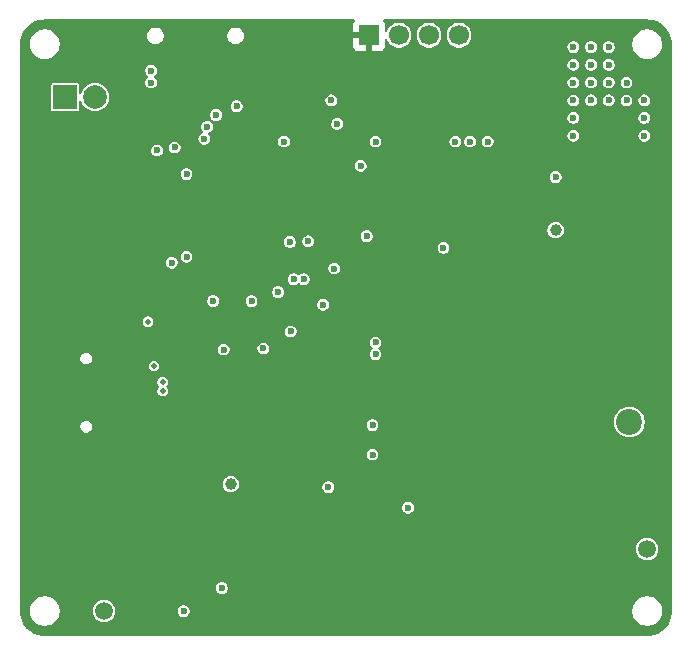
<source format=gbr>
%TF.GenerationSoftware,KiCad,Pcbnew,9.0.3-9.0.3-0~ubuntu22.04.1*%
%TF.CreationDate,2025-09-09T16:21:53+08:00*%
%TF.ProjectId,pdtrigger,70647472-6967-4676-9572-2e6b69636164,rev?*%
%TF.SameCoordinates,Original*%
%TF.FileFunction,Copper,L2,Inr*%
%TF.FilePolarity,Positive*%
%FSLAX46Y46*%
G04 Gerber Fmt 4.6, Leading zero omitted, Abs format (unit mm)*
G04 Created by KiCad (PCBNEW 9.0.3-9.0.3-0~ubuntu22.04.1) date 2025-09-09 16:21:53*
%MOMM*%
%LPD*%
G01*
G04 APERTURE LIST*
%TA.AperFunction,ComponentPad*%
%ADD10C,2.200000*%
%TD*%
%TA.AperFunction,ComponentPad*%
%ADD11O,1.800000X1.200000*%
%TD*%
%TA.AperFunction,ComponentPad*%
%ADD12O,2.000000X1.100000*%
%TD*%
%TA.AperFunction,ComponentPad*%
%ADD13C,1.500000*%
%TD*%
%TA.AperFunction,ComponentPad*%
%ADD14R,2.000000X2.000000*%
%TD*%
%TA.AperFunction,ComponentPad*%
%ADD15C,2.000000*%
%TD*%
%TA.AperFunction,ComponentPad*%
%ADD16R,1.700000X1.700000*%
%TD*%
%TA.AperFunction,ComponentPad*%
%ADD17C,1.700000*%
%TD*%
%TA.AperFunction,ViaPad*%
%ADD18C,0.500000*%
%TD*%
%TA.AperFunction,ViaPad*%
%ADD19C,0.600000*%
%TD*%
%TA.AperFunction,ViaPad*%
%ADD20C,1.000000*%
%TD*%
G04 APERTURE END LIST*
D10*
%TO.N,/V_BUS_OUT*%
%TO.C,U3*%
X30000000Y-19500000D03*
%TO.N,GND*%
X30000000Y-14500000D03*
%TD*%
D11*
%TO.N,GND*%
%TO.C,J2*%
X-19680000Y-21320000D03*
D12*
X-15470000Y-21320000D03*
D11*
X-19680000Y-12680000D03*
D12*
X-15470000Y-12680000D03*
%TD*%
D13*
%TO.N,/VBUS*%
%TO.C,TP3*%
X-14500000Y-35500000D03*
%TD*%
%TO.N,GND*%
%TO.C,TP3*%
X26500000Y-35500000D03*
%TD*%
%TO.N,/V_BUS_OUT*%
%TO.C,TP3*%
X31500000Y-30250000D03*
%TD*%
D14*
%TO.N,/UART_TX*%
%TO.C,J3*%
X-17790000Y8000000D03*
D15*
%TO.N,/UART_RX*%
X-15250000Y8000000D03*
%TD*%
D16*
%TO.N,GND*%
%TO.C,J1*%
X7940000Y13250000D03*
D17*
%TO.N,/SWCLK*%
X10480000Y13250000D03*
%TO.N,/SWDIO*%
X13020000Y13250000D03*
%TO.N,+3V3_MCU*%
X15560000Y13250000D03*
%TD*%
D18*
%TO.N,/VBUS*%
X-10250000Y-14750000D03*
%TO.N,/USB_D-*%
X-9524997Y-16125000D03*
%TO.N,/USB_D+*%
X-9524997Y-16875000D03*
%TO.N,GND*%
X-10500000Y-16500000D03*
X-14500000Y-11000000D03*
%TO.N,/VBUS*%
X-10750000Y-11000000D03*
D19*
%TO.N,GND*%
X750000Y-17750000D03*
X0Y-17750000D03*
X-750000Y-17750000D03*
X-750000Y-17000000D03*
X-750000Y-16250000D03*
X0Y-16250000D03*
X750000Y-16250000D03*
X750000Y-17000000D03*
X0Y-17000000D03*
%TO.N,/UART_TX*%
X-5750000Y5500000D03*
%TO.N,/UART_RX*%
X-6000000Y4500000D03*
%TO.N,GND*%
X22000000Y-34750000D03*
X22000000Y-36500000D03*
X12750000Y-36500000D03*
X3750000Y-36500000D03*
X17250000Y-34750000D03*
X19000000Y-22500000D03*
X19000000Y-19750000D03*
X19000000Y-14250000D03*
X15750000Y-10500000D03*
X22250000Y-5500000D03*
X22250000Y-10000000D03*
X11250000Y-22500000D03*
X13250000Y-26000000D03*
X20250000Y-26000000D03*
X19000000Y-11500000D03*
%TO.N,+3V3_MCU*%
X14250000Y-4750000D03*
%TO.N,GND*%
X-16750000Y-31750000D03*
X-16750000Y-29250000D03*
X-16750000Y-30500000D03*
X-18000000Y-31750000D03*
X-18000000Y-29250000D03*
X-18000000Y-30500000D03*
X-19250000Y-31750000D03*
X-19250000Y-29250000D03*
X-9500000Y1250000D03*
X8750000Y2500000D03*
X6500000Y5500000D03*
X11750000Y1500000D03*
X11750000Y4250000D03*
X1800000Y-24900000D03*
X7750000Y-8750000D03*
X-13500000Y-21750000D03*
X-13500000Y-20750000D03*
X-11250000Y-13000000D03*
X-12000000Y-13000000D03*
X-12750000Y-13000000D03*
X-13500000Y-13000000D03*
X-19250000Y-30500000D03*
X-500000Y-36500000D03*
X-500000Y-34750000D03*
X8000000Y-36500000D03*
X17250000Y-36500000D03*
X32750000Y-15500000D03*
X32750000Y-13250000D03*
X27000000Y-15500000D03*
X27000000Y-13250000D03*
X32000000Y-5000000D03*
X23500000Y-12250000D03*
X26250000Y-5750000D03*
X19000000Y-3250000D03*
X19500000Y-2000000D03*
X20500000Y10000000D03*
X9250000Y6250000D03*
X17000000Y6250000D03*
X17000000Y9250000D03*
X9250000Y9210000D03*
X3500000Y13500000D03*
X500000Y13500000D03*
X-1250000Y12000000D03*
X4500000Y10250000D03*
X-3683058Y-3183058D03*
X-816942Y-8933058D03*
X-2250000Y10250000D03*
X-3000000Y9500000D03*
X-19250000Y-19750000D03*
X-20500000Y-19750000D03*
X-19250000Y-18750000D03*
X-20500000Y-18750000D03*
X-19250000Y-14750000D03*
X-20500000Y-14750000D03*
X-19250000Y-15750000D03*
X-20500000Y-15750000D03*
X-19250000Y-17750000D03*
X-20500000Y-17750000D03*
X-20500000Y-16750000D03*
X-19250000Y-16750000D03*
%TO.N,/V_BUS_OUT*%
X4500000Y-25000000D03*
X-1000000Y-13250000D03*
%TO.N,GND*%
X2933058Y-8433058D03*
X-7250000Y4500000D03*
%TO.N,+3V3_MCU*%
X-8750000Y-6000000D03*
X-2000000Y-9250000D03*
X-5250000Y-9250000D03*
X4058058Y-9558058D03*
X8500000Y-13750000D03*
X8500000Y-12750000D03*
X8250000Y-22250000D03*
X8250000Y-19750000D03*
%TO.N,Net-(C18-Pad2)*%
X-4500000Y-33550000D03*
X11250000Y-26750000D03*
%TO.N,/VBUS*%
X-7750000Y-35500000D03*
%TO.N,+3V3_MCU*%
X25250000Y4750000D03*
X25250000Y6250000D03*
X31250000Y4750000D03*
X31250000Y6250000D03*
X31250000Y7750000D03*
X-10500000Y9250000D03*
X-10500000Y10250000D03*
%TO.N,/PD_FAULT*%
X-8500000Y3750000D03*
X1250000Y-4250000D03*
X1324000Y-11825000D03*
%TO.N,/SWDIO*%
X2800000Y-4200000D03*
%TO.N,/SWCLK*%
X7750000Y-3750000D03*
%TO.N,/BOOT0*%
X-5000000Y6500000D03*
X7250000Y2200000D03*
%TO.N,/NRST*%
X4750000Y7750000D03*
X750000Y4250000D03*
%TO.N,/I2C3_SCL*%
X250000Y-8500000D03*
X-4360000Y-13360000D03*
%TO.N,+3V3_MCU*%
X25250000Y12250000D03*
X26750000Y12250000D03*
X28250000Y12250000D03*
X28250000Y10750000D03*
X26750000Y10750000D03*
X25250000Y10750000D03*
X25250000Y9250000D03*
X26750000Y9250000D03*
X28250000Y9250000D03*
X29750000Y9250000D03*
X29750000Y7750000D03*
X28250000Y7750000D03*
X26750000Y7750000D03*
X25250000Y7750000D03*
%TO.N,GND*%
X20500000Y6250000D03*
X20500000Y7250000D03*
X20500000Y5000000D03*
X20500000Y4000000D03*
%TO.N,/VBUS*%
X23750000Y1250000D03*
%TO.N,+3V3_MCU*%
X18000000Y4250000D03*
X16500000Y4250000D03*
X15250000Y4250000D03*
%TO.N,GND*%
X13750000Y0D03*
X13750000Y-1750000D03*
D20*
%TO.N,/VBUS*%
X23750000Y-3250000D03*
X-3750000Y-24750000D03*
D19*
%TO.N,GND*%
X5750000Y7750000D03*
X-1500000Y8250000D03*
%TO.N,+3V3_MCU*%
X-3250000Y7250000D03*
X5250000Y5750000D03*
X8500000Y4250000D03*
X5000000Y-6500000D03*
X-7500000Y-5500000D03*
X-7500000Y1500000D03*
X-10000000Y3500000D03*
%TO.N,GND*%
X-7250000Y7000000D03*
X-13750000Y-3500000D03*
X-12000000Y-4500000D03*
X0Y-2000000D03*
X1000000Y-2000000D03*
X2000000Y-2000000D03*
X-1000000Y-2000000D03*
X-2000000Y-2000000D03*
X0Y-1000000D03*
X1000000Y-1000000D03*
X2000000Y-1000000D03*
X-1000000Y-1000000D03*
X-2000000Y-1000000D03*
X0Y2000000D03*
X1000000Y2000000D03*
X2000000Y2000000D03*
X-1000000Y2000000D03*
X-2000000Y2000000D03*
X0Y1000000D03*
X1000000Y1000000D03*
X2000000Y1000000D03*
X-1000000Y1000000D03*
X-2000000Y1000000D03*
X-2000000Y0D03*
X-1000000Y0D03*
X2000000Y0D03*
X1000000Y0D03*
X0Y0D03*
X24200000Y-14900000D03*
X24900000Y-14900000D03*
X8250000Y-10250000D03*
X8250000Y-14750000D03*
X8250000Y-20750000D03*
X8250000Y-23750000D03*
X3750000Y-22750000D03*
X2250000Y-24000000D03*
X-1200000Y-20000000D03*
X-1200000Y-21000000D03*
X-1450000Y-23950000D03*
%TO.N,/USB_D-*%
X1575000Y-7400000D03*
%TO.N,/USB_D+*%
X2425000Y-7400000D03*
%TD*%
%TA.AperFunction,Conductor*%
%TO.N,GND*%
G36*
X6699758Y14580593D02*
G01*
X6735722Y14531093D01*
X6735722Y14469907D01*
X6720820Y14441170D01*
X6646645Y14342088D01*
X6596403Y14207382D01*
X6596401Y14207371D01*
X6590000Y14147825D01*
X6590000Y13500001D01*
X6590001Y13500000D01*
X7449238Y13500000D01*
X7427470Y13462297D01*
X7389988Y13322410D01*
X7389988Y13177590D01*
X7427470Y13037703D01*
X7449238Y13000000D01*
X6590001Y13000000D01*
X6590000Y12999999D01*
X6590000Y12352176D01*
X6589999Y12352176D01*
X6596401Y12292630D01*
X6596403Y12292619D01*
X6646646Y12157912D01*
X6646647Y12157910D01*
X6732807Y12042816D01*
X6732815Y12042808D01*
X6847909Y11956648D01*
X6847911Y11956647D01*
X6982618Y11906404D01*
X6982629Y11906402D01*
X7042176Y11900000D01*
X7689999Y11900000D01*
X7690000Y11900001D01*
X7690000Y12759239D01*
X7727703Y12737470D01*
X7867590Y12699988D01*
X8012410Y12699988D01*
X8152297Y12737470D01*
X8190000Y12759239D01*
X8190000Y11900001D01*
X8190001Y11900000D01*
X8837824Y11900000D01*
X8897370Y11906402D01*
X8897381Y11906404D01*
X9032088Y11956647D01*
X9032090Y11956648D01*
X9147184Y12042808D01*
X9147192Y12042816D01*
X9233352Y12157910D01*
X9233353Y12157912D01*
X9283596Y12292619D01*
X9283598Y12292630D01*
X9290000Y12352176D01*
X9290000Y12880119D01*
X9308907Y12938310D01*
X9358407Y12974274D01*
X9419593Y12974274D01*
X9469093Y12938310D01*
X9480462Y12918008D01*
X9497992Y12875689D01*
X9549058Y12752403D01*
X9659757Y12586729D01*
X9664023Y12580345D01*
X9810345Y12434023D01*
X9982402Y12319059D01*
X10173580Y12239870D01*
X10376535Y12199500D01*
X10376536Y12199500D01*
X10583464Y12199500D01*
X10583465Y12199500D01*
X10786420Y12239870D01*
X10977598Y12319059D01*
X11149655Y12434023D01*
X11295977Y12580345D01*
X11410941Y12752402D01*
X11490130Y12943580D01*
X11530500Y13146535D01*
X11530500Y13353465D01*
X11530499Y13353468D01*
X11969500Y13353468D01*
X11969500Y13146533D01*
X12009869Y12943582D01*
X12089058Y12752403D01*
X12199757Y12586729D01*
X12204023Y12580345D01*
X12350345Y12434023D01*
X12522402Y12319059D01*
X12713580Y12239870D01*
X12916535Y12199500D01*
X12916536Y12199500D01*
X13123464Y12199500D01*
X13123465Y12199500D01*
X13326420Y12239870D01*
X13517598Y12319059D01*
X13689655Y12434023D01*
X13835977Y12580345D01*
X13950941Y12752402D01*
X14030130Y12943580D01*
X14070500Y13146535D01*
X14070500Y13353465D01*
X14070499Y13353468D01*
X14509500Y13353468D01*
X14509500Y13146533D01*
X14549869Y12943582D01*
X14629058Y12752403D01*
X14739757Y12586729D01*
X14744023Y12580345D01*
X14890345Y12434023D01*
X15062402Y12319059D01*
X15253580Y12239870D01*
X15456535Y12199500D01*
X15456536Y12199500D01*
X15663464Y12199500D01*
X15663465Y12199500D01*
X15866420Y12239870D01*
X16049952Y12315892D01*
X24749500Y12315892D01*
X24749500Y12184108D01*
X24756520Y12157910D01*
X24783609Y12056810D01*
X24849496Y11942691D01*
X24849498Y11942689D01*
X24849500Y11942686D01*
X24942686Y11849500D01*
X24942688Y11849499D01*
X24942690Y11849497D01*
X25056810Y11783610D01*
X25056808Y11783610D01*
X25056812Y11783609D01*
X25056814Y11783608D01*
X25184108Y11749500D01*
X25184110Y11749500D01*
X25315890Y11749500D01*
X25315892Y11749500D01*
X25443186Y11783608D01*
X25443188Y11783610D01*
X25443190Y11783610D01*
X25557309Y11849497D01*
X25557309Y11849498D01*
X25557314Y11849500D01*
X25650500Y11942686D01*
X25650503Y11942691D01*
X25716390Y12056810D01*
X25716390Y12056812D01*
X25716392Y12056814D01*
X25750500Y12184108D01*
X25750500Y12315892D01*
X26249500Y12315892D01*
X26249500Y12184108D01*
X26256520Y12157910D01*
X26283609Y12056810D01*
X26349496Y11942691D01*
X26349498Y11942689D01*
X26349500Y11942686D01*
X26442686Y11849500D01*
X26442688Y11849499D01*
X26442690Y11849497D01*
X26556810Y11783610D01*
X26556808Y11783610D01*
X26556812Y11783609D01*
X26556814Y11783608D01*
X26684108Y11749500D01*
X26684110Y11749500D01*
X26815890Y11749500D01*
X26815892Y11749500D01*
X26943186Y11783608D01*
X26943188Y11783610D01*
X26943190Y11783610D01*
X27057309Y11849497D01*
X27057309Y11849498D01*
X27057314Y11849500D01*
X27150500Y11942686D01*
X27150503Y11942691D01*
X27216390Y12056810D01*
X27216390Y12056812D01*
X27216392Y12056814D01*
X27250500Y12184108D01*
X27250500Y12315892D01*
X27749500Y12315892D01*
X27749500Y12184108D01*
X27756520Y12157910D01*
X27783609Y12056810D01*
X27849496Y11942691D01*
X27849498Y11942689D01*
X27849500Y11942686D01*
X27942686Y11849500D01*
X27942688Y11849499D01*
X27942690Y11849497D01*
X28056810Y11783610D01*
X28056808Y11783610D01*
X28056812Y11783609D01*
X28056814Y11783608D01*
X28184108Y11749500D01*
X28184110Y11749500D01*
X28315890Y11749500D01*
X28315892Y11749500D01*
X28443186Y11783608D01*
X28443188Y11783610D01*
X28443190Y11783610D01*
X28557309Y11849497D01*
X28557309Y11849498D01*
X28557314Y11849500D01*
X28650500Y11942686D01*
X28650503Y11942691D01*
X28716390Y12056810D01*
X28716390Y12056812D01*
X28716392Y12056814D01*
X28750500Y12184108D01*
X28750500Y12315892D01*
X28716392Y12443186D01*
X28716390Y12443189D01*
X28716390Y12443191D01*
X28653104Y12552805D01*
X28653103Y12552806D01*
X28650501Y12557312D01*
X28650500Y12557314D01*
X28609393Y12598421D01*
X30249500Y12598421D01*
X30249500Y12401580D01*
X30280289Y12207179D01*
X30341116Y12019975D01*
X30427976Y11849500D01*
X30430476Y11844595D01*
X30546172Y11685354D01*
X30685354Y11546172D01*
X30844595Y11430476D01*
X31019975Y11341116D01*
X31207174Y11280291D01*
X31207175Y11280291D01*
X31207178Y11280290D01*
X31401580Y11249500D01*
X31401583Y11249500D01*
X31598420Y11249500D01*
X31792821Y11280290D01*
X31792822Y11280291D01*
X31792826Y11280291D01*
X31980025Y11341116D01*
X32155405Y11430476D01*
X32314646Y11546172D01*
X32453828Y11685354D01*
X32569524Y11844595D01*
X32658884Y12019975D01*
X32719709Y12207174D01*
X32719710Y12207179D01*
X32750500Y12401580D01*
X32750500Y12598421D01*
X32719710Y12792822D01*
X32692783Y12875694D01*
X32658884Y12980025D01*
X32569524Y13155405D01*
X32453828Y13314646D01*
X32314646Y13453828D01*
X32155405Y13569524D01*
X32155404Y13569525D01*
X32155402Y13569526D01*
X31980025Y13658884D01*
X31792821Y13719711D01*
X31598420Y13750500D01*
X31598417Y13750500D01*
X31401583Y13750500D01*
X31401580Y13750500D01*
X31207178Y13719711D01*
X31019974Y13658884D01*
X30844597Y13569526D01*
X30685355Y13453829D01*
X30546171Y13314645D01*
X30430474Y13155403D01*
X30341116Y12980026D01*
X30280289Y12792822D01*
X30249500Y12598421D01*
X28609393Y12598421D01*
X28557314Y12650500D01*
X28557311Y12650502D01*
X28557309Y12650504D01*
X28443189Y12716391D01*
X28443191Y12716391D01*
X28393799Y12729625D01*
X28315892Y12750500D01*
X28184108Y12750500D01*
X28106200Y12729625D01*
X28056809Y12716391D01*
X27942690Y12650504D01*
X27849496Y12557310D01*
X27783609Y12443191D01*
X27772460Y12401580D01*
X27749500Y12315892D01*
X27250500Y12315892D01*
X27216392Y12443186D01*
X27216390Y12443189D01*
X27216390Y12443191D01*
X27150503Y12557310D01*
X27150501Y12557312D01*
X27150500Y12557314D01*
X27057314Y12650500D01*
X27057311Y12650502D01*
X27057309Y12650504D01*
X26943189Y12716391D01*
X26943191Y12716391D01*
X26893799Y12729625D01*
X26815892Y12750500D01*
X26684108Y12750500D01*
X26606200Y12729625D01*
X26556809Y12716391D01*
X26442690Y12650504D01*
X26349496Y12557310D01*
X26283609Y12443191D01*
X26272460Y12401580D01*
X26249500Y12315892D01*
X25750500Y12315892D01*
X25716392Y12443186D01*
X25716390Y12443189D01*
X25716390Y12443191D01*
X25650503Y12557310D01*
X25650501Y12557312D01*
X25650500Y12557314D01*
X25557314Y12650500D01*
X25557311Y12650502D01*
X25557309Y12650504D01*
X25443189Y12716391D01*
X25443191Y12716391D01*
X25393799Y12729625D01*
X25315892Y12750500D01*
X25184108Y12750500D01*
X25106200Y12729625D01*
X25056809Y12716391D01*
X24942690Y12650504D01*
X24849496Y12557310D01*
X24783609Y12443191D01*
X24772460Y12401580D01*
X24749500Y12315892D01*
X16049952Y12315892D01*
X16057598Y12319059D01*
X16229655Y12434023D01*
X16375977Y12580345D01*
X16490941Y12752402D01*
X16570130Y12943580D01*
X16610500Y13146535D01*
X16610500Y13353465D01*
X16570130Y13556420D01*
X16490941Y13747598D01*
X16375977Y13919655D01*
X16229655Y14065977D01*
X16086896Y14161365D01*
X16057597Y14180942D01*
X15866418Y14260131D01*
X15663467Y14300500D01*
X15663465Y14300500D01*
X15456535Y14300500D01*
X15456532Y14300500D01*
X15253581Y14260131D01*
X15062402Y14180942D01*
X14890348Y14065980D01*
X14744020Y13919652D01*
X14629058Y13747598D01*
X14549869Y13556419D01*
X14509500Y13353468D01*
X14070499Y13353468D01*
X14030130Y13556420D01*
X13950941Y13747598D01*
X13835977Y13919655D01*
X13689655Y14065977D01*
X13546896Y14161365D01*
X13517597Y14180942D01*
X13326418Y14260131D01*
X13123467Y14300500D01*
X13123465Y14300500D01*
X12916535Y14300500D01*
X12916532Y14300500D01*
X12713581Y14260131D01*
X12522402Y14180942D01*
X12350348Y14065980D01*
X12204020Y13919652D01*
X12089058Y13747598D01*
X12009869Y13556419D01*
X11969500Y13353468D01*
X11530499Y13353468D01*
X11490130Y13556420D01*
X11410941Y13747598D01*
X11295977Y13919655D01*
X11149655Y14065977D01*
X11006896Y14161365D01*
X10977597Y14180942D01*
X10786418Y14260131D01*
X10583467Y14300500D01*
X10583465Y14300500D01*
X10376535Y14300500D01*
X10376532Y14300500D01*
X10173581Y14260131D01*
X9982402Y14180942D01*
X9810348Y14065980D01*
X9664020Y13919652D01*
X9549058Y13747598D01*
X9480464Y13581996D01*
X9440727Y13535471D01*
X9381232Y13521187D01*
X9324705Y13544602D01*
X9292735Y13596771D01*
X9290000Y13619882D01*
X9290000Y14147825D01*
X9283598Y14207371D01*
X9283596Y14207382D01*
X9233354Y14342088D01*
X9159180Y14441170D01*
X9139443Y14499085D01*
X9157517Y14557540D01*
X9206498Y14594208D01*
X9238433Y14599500D01*
X31442417Y14599500D01*
X31496759Y14599500D01*
X31503234Y14599288D01*
X31767568Y14581963D01*
X31780396Y14580274D01*
X32037040Y14529225D01*
X32049529Y14525878D01*
X32297307Y14441769D01*
X32309255Y14436820D01*
X32501351Y14342088D01*
X32543928Y14321091D01*
X32555142Y14314617D01*
X32772707Y14169245D01*
X32782971Y14161369D01*
X32798415Y14147825D01*
X32979692Y13988850D01*
X32988848Y13979694D01*
X33146424Y13800012D01*
X33161364Y13782977D01*
X33169246Y13772705D01*
X33204656Y13719711D01*
X33314616Y13555143D01*
X33321090Y13543929D01*
X33436815Y13309264D01*
X33441771Y13297299D01*
X33525874Y13049539D01*
X33529226Y13037031D01*
X33580272Y12780402D01*
X33581962Y12767563D01*
X33599288Y12503235D01*
X33599500Y12496760D01*
X33599500Y-35496759D01*
X33599288Y-35503234D01*
X33581962Y-35767562D01*
X33580272Y-35780401D01*
X33529226Y-36037030D01*
X33525874Y-36049538D01*
X33441771Y-36297298D01*
X33436815Y-36309263D01*
X33321090Y-36543928D01*
X33314616Y-36555142D01*
X33169248Y-36772702D01*
X33161364Y-36782976D01*
X32988849Y-36979692D01*
X32979692Y-36988849D01*
X32782976Y-37161364D01*
X32772702Y-37169248D01*
X32555142Y-37314616D01*
X32543928Y-37321090D01*
X32309263Y-37436815D01*
X32297298Y-37441771D01*
X32049538Y-37525874D01*
X32037030Y-37529226D01*
X31780401Y-37580272D01*
X31767562Y-37581962D01*
X31503234Y-37599288D01*
X31496759Y-37599500D01*
X-19496759Y-37599500D01*
X-19503234Y-37599288D01*
X-19767563Y-37581962D01*
X-19780402Y-37580272D01*
X-20037031Y-37529226D01*
X-20049539Y-37525874D01*
X-20297299Y-37441771D01*
X-20309264Y-37436815D01*
X-20311357Y-37435783D01*
X-20346362Y-37418520D01*
X-20543929Y-37321090D01*
X-20555143Y-37314616D01*
X-20715105Y-37207733D01*
X-20772705Y-37169246D01*
X-20782977Y-37161364D01*
X-20979693Y-36988849D01*
X-20988850Y-36979692D01*
X-21054145Y-36905237D01*
X-21161369Y-36782971D01*
X-21169245Y-36772707D01*
X-21314617Y-36555142D01*
X-21321091Y-36543928D01*
X-21385178Y-36413973D01*
X-21436820Y-36309255D01*
X-21441769Y-36297307D01*
X-21525878Y-36049529D01*
X-21529225Y-36037040D01*
X-21580274Y-35780396D01*
X-21581963Y-35767562D01*
X-21586838Y-35693190D01*
X-21599288Y-35503234D01*
X-21599500Y-35496759D01*
X-21599500Y-35401579D01*
X-20750500Y-35401579D01*
X-20750500Y-35598420D01*
X-20719711Y-35792821D01*
X-20658884Y-35980025D01*
X-20594743Y-36105911D01*
X-20569524Y-36155405D01*
X-20453828Y-36314646D01*
X-20314646Y-36453828D01*
X-20155405Y-36569524D01*
X-19980025Y-36658884D01*
X-19792826Y-36719709D01*
X-19792825Y-36719709D01*
X-19792822Y-36719710D01*
X-19598420Y-36750500D01*
X-19598417Y-36750500D01*
X-19401580Y-36750500D01*
X-19207179Y-36719710D01*
X-19207178Y-36719709D01*
X-19207174Y-36719709D01*
X-19019975Y-36658884D01*
X-18844595Y-36569524D01*
X-18685354Y-36453828D01*
X-18546172Y-36314646D01*
X-18430476Y-36155405D01*
X-18341116Y-35980025D01*
X-18280291Y-35792826D01*
X-18277824Y-35777249D01*
X-18249500Y-35598420D01*
X-18249500Y-35406381D01*
X-15450500Y-35406381D01*
X-15450500Y-35593618D01*
X-15413974Y-35777249D01*
X-15342323Y-35950229D01*
X-15342319Y-35950238D01*
X-15284325Y-36037030D01*
X-15238302Y-36105908D01*
X-15105908Y-36238302D01*
X-15039537Y-36282649D01*
X-14950239Y-36342318D01*
X-14950233Y-36342320D01*
X-14950231Y-36342322D01*
X-14777251Y-36413973D01*
X-14593616Y-36450500D01*
X-14593615Y-36450500D01*
X-14406385Y-36450500D01*
X-14406384Y-36450500D01*
X-14222749Y-36413973D01*
X-14049769Y-36342322D01*
X-14049766Y-36342319D01*
X-14049762Y-36342318D01*
X-13982386Y-36297298D01*
X-13894092Y-36238302D01*
X-13761698Y-36105908D01*
X-13681990Y-35986617D01*
X-13657682Y-35950238D01*
X-13657681Y-35950234D01*
X-13657678Y-35950231D01*
X-13586027Y-35777251D01*
X-13549500Y-35593616D01*
X-13549500Y-35434108D01*
X-8250500Y-35434108D01*
X-8250500Y-35565892D01*
X-8243072Y-35593614D01*
X-8216391Y-35693190D01*
X-8150504Y-35807309D01*
X-8150502Y-35807311D01*
X-8150500Y-35807314D01*
X-8057314Y-35900500D01*
X-8057312Y-35900501D01*
X-8057310Y-35900503D01*
X-7943190Y-35966390D01*
X-7943192Y-35966390D01*
X-7943188Y-35966391D01*
X-7943186Y-35966392D01*
X-7815892Y-36000500D01*
X-7815890Y-36000500D01*
X-7684110Y-36000500D01*
X-7684108Y-36000500D01*
X-7556814Y-35966392D01*
X-7556812Y-35966390D01*
X-7556810Y-35966390D01*
X-7442691Y-35900503D01*
X-7442691Y-35900502D01*
X-7442686Y-35900500D01*
X-7349500Y-35807314D01*
X-7283608Y-35693186D01*
X-7249500Y-35565892D01*
X-7249500Y-35434108D01*
X-7258216Y-35401579D01*
X30249500Y-35401579D01*
X30249500Y-35598420D01*
X30280289Y-35792821D01*
X30341116Y-35980025D01*
X30405257Y-36105911D01*
X30430476Y-36155405D01*
X30546172Y-36314646D01*
X30685354Y-36453828D01*
X30844595Y-36569524D01*
X31019975Y-36658884D01*
X31207174Y-36719709D01*
X31207175Y-36719709D01*
X31207178Y-36719710D01*
X31401580Y-36750500D01*
X31401583Y-36750500D01*
X31598420Y-36750500D01*
X31792821Y-36719710D01*
X31792822Y-36719709D01*
X31792826Y-36719709D01*
X31980025Y-36658884D01*
X32155405Y-36569524D01*
X32314646Y-36453828D01*
X32453828Y-36314646D01*
X32569524Y-36155405D01*
X32658884Y-35980025D01*
X32719709Y-35792826D01*
X32722176Y-35777249D01*
X32750500Y-35598420D01*
X32750500Y-35401579D01*
X32719710Y-35207178D01*
X32715003Y-35192690D01*
X32658884Y-35019975D01*
X32569524Y-34844595D01*
X32453828Y-34685354D01*
X32314646Y-34546172D01*
X32155405Y-34430476D01*
X32155404Y-34430475D01*
X32155402Y-34430474D01*
X31980025Y-34341116D01*
X31792821Y-34280289D01*
X31598420Y-34249500D01*
X31598417Y-34249500D01*
X31401583Y-34249500D01*
X31401580Y-34249500D01*
X31207178Y-34280289D01*
X31019974Y-34341116D01*
X30844597Y-34430474D01*
X30685355Y-34546171D01*
X30546171Y-34685355D01*
X30430474Y-34844597D01*
X30341116Y-35019974D01*
X30280289Y-35207178D01*
X30249500Y-35401579D01*
X-7258216Y-35401579D01*
X-7283608Y-35306814D01*
X-7283610Y-35306811D01*
X-7283610Y-35306809D01*
X-7349497Y-35192690D01*
X-7349499Y-35192688D01*
X-7349500Y-35192686D01*
X-7442686Y-35099500D01*
X-7442689Y-35099498D01*
X-7442691Y-35099496D01*
X-7556811Y-35033609D01*
X-7556809Y-35033609D01*
X-7607697Y-35019974D01*
X-7684108Y-34999500D01*
X-7815892Y-34999500D01*
X-7892303Y-35019974D01*
X-7943191Y-35033609D01*
X-8057310Y-35099496D01*
X-8150504Y-35192690D01*
X-8216391Y-35306809D01*
X-8216392Y-35306814D01*
X-8250500Y-35434108D01*
X-13549500Y-35434108D01*
X-13549500Y-35406384D01*
X-13586027Y-35222749D01*
X-13657678Y-35049769D01*
X-13657680Y-35049767D01*
X-13657682Y-35049761D01*
X-13717351Y-34960463D01*
X-13761698Y-34894092D01*
X-13894092Y-34761698D01*
X-13938441Y-34732065D01*
X-14049762Y-34657681D01*
X-14049771Y-34657677D01*
X-14222751Y-34586026D01*
X-14406382Y-34549500D01*
X-14406384Y-34549500D01*
X-14593616Y-34549500D01*
X-14593619Y-34549500D01*
X-14777250Y-34586026D01*
X-14950230Y-34657677D01*
X-14950239Y-34657681D01*
X-15105908Y-34761698D01*
X-15105912Y-34761701D01*
X-15238299Y-34894088D01*
X-15238302Y-34894092D01*
X-15342319Y-35049761D01*
X-15342323Y-35049770D01*
X-15413974Y-35222750D01*
X-15450500Y-35406381D01*
X-18249500Y-35406381D01*
X-18249500Y-35401579D01*
X-18280290Y-35207178D01*
X-18284997Y-35192690D01*
X-18341116Y-35019975D01*
X-18430476Y-34844595D01*
X-18546172Y-34685354D01*
X-18685354Y-34546172D01*
X-18844595Y-34430476D01*
X-18844596Y-34430475D01*
X-18844598Y-34430474D01*
X-19019975Y-34341116D01*
X-19207179Y-34280289D01*
X-19401580Y-34249500D01*
X-19401583Y-34249500D01*
X-19598417Y-34249500D01*
X-19598420Y-34249500D01*
X-19792822Y-34280289D01*
X-19980026Y-34341116D01*
X-20155403Y-34430474D01*
X-20314645Y-34546171D01*
X-20453829Y-34685355D01*
X-20569526Y-34844597D01*
X-20658884Y-35019974D01*
X-20719711Y-35207178D01*
X-20750500Y-35401579D01*
X-21599500Y-35401579D01*
X-21599500Y-33484108D01*
X-5000500Y-33484108D01*
X-5000500Y-33615892D01*
X-4970421Y-33728151D01*
X-4966391Y-33743190D01*
X-4900504Y-33857309D01*
X-4900502Y-33857311D01*
X-4900500Y-33857314D01*
X-4807314Y-33950500D01*
X-4807312Y-33950501D01*
X-4807310Y-33950503D01*
X-4693190Y-34016390D01*
X-4693192Y-34016390D01*
X-4693188Y-34016391D01*
X-4693186Y-34016392D01*
X-4565892Y-34050500D01*
X-4565890Y-34050500D01*
X-4434110Y-34050500D01*
X-4434108Y-34050500D01*
X-4306814Y-34016392D01*
X-4306812Y-34016390D01*
X-4306810Y-34016390D01*
X-4192691Y-33950503D01*
X-4192691Y-33950502D01*
X-4192686Y-33950500D01*
X-4099500Y-33857314D01*
X-4033608Y-33743186D01*
X-3999500Y-33615892D01*
X-3999500Y-33484108D01*
X-4033608Y-33356814D01*
X-4033610Y-33356811D01*
X-4033610Y-33356809D01*
X-4099497Y-33242690D01*
X-4099499Y-33242688D01*
X-4099500Y-33242686D01*
X-4192686Y-33149500D01*
X-4192689Y-33149498D01*
X-4192691Y-33149496D01*
X-4306811Y-33083609D01*
X-4306809Y-33083609D01*
X-4356201Y-33070375D01*
X-4434108Y-33049500D01*
X-4565892Y-33049500D01*
X-4643800Y-33070375D01*
X-4693191Y-33083609D01*
X-4807310Y-33149496D01*
X-4900504Y-33242690D01*
X-4966391Y-33356809D01*
X-4966392Y-33356814D01*
X-5000500Y-33484108D01*
X-21599500Y-33484108D01*
X-21599500Y-30156381D01*
X30549500Y-30156381D01*
X30549500Y-30343618D01*
X30586026Y-30527249D01*
X30657677Y-30700229D01*
X30657681Y-30700238D01*
X30732065Y-30811559D01*
X30761698Y-30855908D01*
X30894092Y-30988302D01*
X30960463Y-31032649D01*
X31049761Y-31092318D01*
X31049767Y-31092320D01*
X31049769Y-31092322D01*
X31222749Y-31163973D01*
X31406384Y-31200500D01*
X31406385Y-31200500D01*
X31593615Y-31200500D01*
X31593616Y-31200500D01*
X31777251Y-31163973D01*
X31950231Y-31092322D01*
X31950234Y-31092319D01*
X31950238Y-31092318D01*
X31995187Y-31062282D01*
X32105908Y-30988302D01*
X32238302Y-30855908D01*
X32312282Y-30745187D01*
X32342318Y-30700238D01*
X32342319Y-30700234D01*
X32342322Y-30700231D01*
X32413973Y-30527251D01*
X32450500Y-30343616D01*
X32450500Y-30156384D01*
X32413973Y-29972749D01*
X32342322Y-29799769D01*
X32342320Y-29799767D01*
X32342318Y-29799761D01*
X32282649Y-29710463D01*
X32238302Y-29644092D01*
X32105908Y-29511698D01*
X32061559Y-29482065D01*
X31950238Y-29407681D01*
X31950229Y-29407677D01*
X31777249Y-29336026D01*
X31593618Y-29299500D01*
X31593616Y-29299500D01*
X31406384Y-29299500D01*
X31406381Y-29299500D01*
X31222750Y-29336026D01*
X31049770Y-29407677D01*
X31049761Y-29407681D01*
X30894092Y-29511698D01*
X30894088Y-29511701D01*
X30761701Y-29644088D01*
X30761698Y-29644092D01*
X30657681Y-29799761D01*
X30657677Y-29799770D01*
X30586026Y-29972750D01*
X30549500Y-30156381D01*
X-21599500Y-30156381D01*
X-21599500Y-26684108D01*
X10749500Y-26684108D01*
X10749500Y-26815892D01*
X10779579Y-26928151D01*
X10783609Y-26943190D01*
X10849496Y-27057309D01*
X10849498Y-27057311D01*
X10849500Y-27057314D01*
X10942686Y-27150500D01*
X10942688Y-27150501D01*
X10942690Y-27150503D01*
X11056810Y-27216390D01*
X11056808Y-27216390D01*
X11056812Y-27216391D01*
X11056814Y-27216392D01*
X11184108Y-27250500D01*
X11184110Y-27250500D01*
X11315890Y-27250500D01*
X11315892Y-27250500D01*
X11443186Y-27216392D01*
X11443188Y-27216390D01*
X11443190Y-27216390D01*
X11557309Y-27150503D01*
X11557309Y-27150502D01*
X11557314Y-27150500D01*
X11650500Y-27057314D01*
X11716392Y-26943186D01*
X11750500Y-26815892D01*
X11750500Y-26684108D01*
X11716392Y-26556814D01*
X11716390Y-26556811D01*
X11716390Y-26556809D01*
X11650503Y-26442690D01*
X11650501Y-26442688D01*
X11650500Y-26442686D01*
X11557314Y-26349500D01*
X11557311Y-26349498D01*
X11557309Y-26349496D01*
X11443189Y-26283609D01*
X11443191Y-26283609D01*
X11393799Y-26270375D01*
X11315892Y-26249500D01*
X11184108Y-26249500D01*
X11106200Y-26270375D01*
X11056809Y-26283609D01*
X10942690Y-26349496D01*
X10849496Y-26442690D01*
X10783609Y-26556809D01*
X10783608Y-26556814D01*
X10749500Y-26684108D01*
X-21599500Y-26684108D01*
X-21599500Y-24681004D01*
X-4450500Y-24681004D01*
X-4450500Y-24818995D01*
X-4423580Y-24954327D01*
X-4423580Y-24954329D01*
X-4370778Y-25081806D01*
X-4370772Y-25081817D01*
X-4294115Y-25196541D01*
X-4196542Y-25294114D01*
X-4081818Y-25370771D01*
X-4081807Y-25370777D01*
X-4034717Y-25390282D01*
X-3954328Y-25423580D01*
X-3818993Y-25450500D01*
X-3818992Y-25450500D01*
X-3681008Y-25450500D01*
X-3681007Y-25450500D01*
X-3545672Y-25423580D01*
X-3418189Y-25370775D01*
X-3303458Y-25294114D01*
X-3205886Y-25196542D01*
X-3129225Y-25081811D01*
X-3076420Y-24954328D01*
X-3072398Y-24934108D01*
X3999500Y-24934108D01*
X3999500Y-25065892D01*
X4029579Y-25178151D01*
X4033609Y-25193190D01*
X4099496Y-25307309D01*
X4099498Y-25307311D01*
X4099500Y-25307314D01*
X4192686Y-25400500D01*
X4192688Y-25400501D01*
X4192690Y-25400503D01*
X4306810Y-25466390D01*
X4306808Y-25466390D01*
X4306812Y-25466391D01*
X4306814Y-25466392D01*
X4434108Y-25500500D01*
X4434110Y-25500500D01*
X4565890Y-25500500D01*
X4565892Y-25500500D01*
X4693186Y-25466392D01*
X4693188Y-25466390D01*
X4693190Y-25466390D01*
X4807309Y-25400503D01*
X4807309Y-25400502D01*
X4807314Y-25400500D01*
X4900500Y-25307314D01*
X4908121Y-25294114D01*
X4966390Y-25193190D01*
X4966390Y-25193188D01*
X4966392Y-25193186D01*
X5000500Y-25065892D01*
X5000500Y-24934108D01*
X4966392Y-24806814D01*
X4966390Y-24806811D01*
X4966390Y-24806809D01*
X4900503Y-24692690D01*
X4900501Y-24692688D01*
X4900500Y-24692686D01*
X4807314Y-24599500D01*
X4807311Y-24599498D01*
X4807309Y-24599496D01*
X4693189Y-24533609D01*
X4693191Y-24533609D01*
X4643799Y-24520375D01*
X4565892Y-24499500D01*
X4434108Y-24499500D01*
X4356200Y-24520375D01*
X4306809Y-24533609D01*
X4192690Y-24599496D01*
X4099496Y-24692690D01*
X4033609Y-24806809D01*
X4030344Y-24818995D01*
X3999500Y-24934108D01*
X-3072398Y-24934108D01*
X-3049500Y-24818993D01*
X-3049500Y-24681007D01*
X-3076420Y-24545672D01*
X-3129225Y-24418189D01*
X-3129226Y-24418187D01*
X-3129229Y-24418182D01*
X-3205886Y-24303458D01*
X-3303459Y-24205885D01*
X-3418183Y-24129228D01*
X-3418194Y-24129222D01*
X-3545672Y-24076420D01*
X-3681005Y-24049500D01*
X-3681007Y-24049500D01*
X-3818993Y-24049500D01*
X-3818996Y-24049500D01*
X-3954328Y-24076420D01*
X-3954330Y-24076420D01*
X-4081807Y-24129222D01*
X-4081818Y-24129228D01*
X-4196542Y-24205885D01*
X-4294115Y-24303458D01*
X-4370772Y-24418182D01*
X-4370778Y-24418193D01*
X-4423580Y-24545670D01*
X-4423580Y-24545672D01*
X-4450500Y-24681004D01*
X-21599500Y-24681004D01*
X-21599500Y-22184108D01*
X7749500Y-22184108D01*
X7749500Y-22315892D01*
X7779579Y-22428151D01*
X7783609Y-22443190D01*
X7849496Y-22557309D01*
X7849498Y-22557311D01*
X7849500Y-22557314D01*
X7942686Y-22650500D01*
X7942688Y-22650501D01*
X7942690Y-22650503D01*
X8056810Y-22716390D01*
X8056808Y-22716390D01*
X8056812Y-22716391D01*
X8056814Y-22716392D01*
X8184108Y-22750500D01*
X8184110Y-22750500D01*
X8315890Y-22750500D01*
X8315892Y-22750500D01*
X8443186Y-22716392D01*
X8443188Y-22716390D01*
X8443190Y-22716390D01*
X8557309Y-22650503D01*
X8557309Y-22650502D01*
X8557314Y-22650500D01*
X8650500Y-22557314D01*
X8716392Y-22443186D01*
X8750500Y-22315892D01*
X8750500Y-22184108D01*
X8716392Y-22056814D01*
X8716390Y-22056811D01*
X8716390Y-22056809D01*
X8650503Y-21942690D01*
X8650501Y-21942688D01*
X8650500Y-21942686D01*
X8557314Y-21849500D01*
X8557311Y-21849498D01*
X8557309Y-21849496D01*
X8443189Y-21783609D01*
X8443191Y-21783609D01*
X8393799Y-21770375D01*
X8315892Y-21749500D01*
X8184108Y-21749500D01*
X8106200Y-21770375D01*
X8056809Y-21783609D01*
X7942690Y-21849496D01*
X7849496Y-21942690D01*
X7783609Y-22056809D01*
X7783608Y-22056814D01*
X7749500Y-22184108D01*
X-21599500Y-22184108D01*
X-21599500Y-19824108D01*
X-16500500Y-19824108D01*
X-16500500Y-19955892D01*
X-16473326Y-20057309D01*
X-16466391Y-20083190D01*
X-16400504Y-20197309D01*
X-16400502Y-20197311D01*
X-16400500Y-20197314D01*
X-16307314Y-20290500D01*
X-16307312Y-20290501D01*
X-16307310Y-20290503D01*
X-16193190Y-20356390D01*
X-16193192Y-20356390D01*
X-16193188Y-20356391D01*
X-16193186Y-20356392D01*
X-16065892Y-20390500D01*
X-16065890Y-20390500D01*
X-15934110Y-20390500D01*
X-15934108Y-20390500D01*
X-15806814Y-20356392D01*
X-15806812Y-20356390D01*
X-15806810Y-20356390D01*
X-15692691Y-20290503D01*
X-15692691Y-20290502D01*
X-15692686Y-20290500D01*
X-15599500Y-20197314D01*
X-15590433Y-20181609D01*
X-15533610Y-20083190D01*
X-15533610Y-20083188D01*
X-15533608Y-20083186D01*
X-15499500Y-19955892D01*
X-15499500Y-19824108D01*
X-15533608Y-19696814D01*
X-15540943Y-19684109D01*
X-15540944Y-19684108D01*
X7749500Y-19684108D01*
X7749500Y-19815892D01*
X7751702Y-19824109D01*
X7783609Y-19943190D01*
X7849496Y-20057309D01*
X7849498Y-20057311D01*
X7849500Y-20057314D01*
X7942686Y-20150500D01*
X7942688Y-20150501D01*
X7942690Y-20150503D01*
X8056810Y-20216390D01*
X8056808Y-20216390D01*
X8056812Y-20216391D01*
X8056814Y-20216392D01*
X8184108Y-20250500D01*
X8184110Y-20250500D01*
X8315890Y-20250500D01*
X8315892Y-20250500D01*
X8443186Y-20216392D01*
X8443188Y-20216390D01*
X8443190Y-20216390D01*
X8557309Y-20150503D01*
X8557309Y-20150502D01*
X8557314Y-20150500D01*
X8650500Y-20057314D01*
X8709056Y-19955892D01*
X8716390Y-19943190D01*
X8716390Y-19943188D01*
X8716392Y-19943186D01*
X8750500Y-19815892D01*
X8750500Y-19684108D01*
X8716392Y-19556814D01*
X8716390Y-19556811D01*
X8716390Y-19556809D01*
X8650831Y-19443258D01*
X8650503Y-19442690D01*
X8650501Y-19442688D01*
X8650500Y-19442686D01*
X8605458Y-19397644D01*
X28699500Y-19397644D01*
X28699500Y-19602355D01*
X28731521Y-19804529D01*
X28794780Y-19999219D01*
X28887712Y-20181609D01*
X28887714Y-20181613D01*
X29008029Y-20347213D01*
X29008031Y-20347215D01*
X29008034Y-20347219D01*
X29152781Y-20491966D01*
X29152784Y-20491968D01*
X29152786Y-20491970D01*
X29318386Y-20612285D01*
X29318390Y-20612287D01*
X29500781Y-20705220D01*
X29695466Y-20768477D01*
X29695467Y-20768477D01*
X29695470Y-20768478D01*
X29897645Y-20800500D01*
X29897648Y-20800500D01*
X30102355Y-20800500D01*
X30304529Y-20768478D01*
X30304530Y-20768477D01*
X30304534Y-20768477D01*
X30499219Y-20705220D01*
X30681610Y-20612287D01*
X30847219Y-20491966D01*
X30991966Y-20347219D01*
X31087018Y-20216390D01*
X31112285Y-20181613D01*
X31112287Y-20181610D01*
X31205220Y-19999219D01*
X31268477Y-19804534D01*
X31268478Y-19804529D01*
X31300500Y-19602355D01*
X31300500Y-19397644D01*
X31268478Y-19195470D01*
X31268477Y-19195466D01*
X31205220Y-19000781D01*
X31112287Y-18818390D01*
X31112285Y-18818386D01*
X30991970Y-18652786D01*
X30991968Y-18652784D01*
X30991966Y-18652781D01*
X30847219Y-18508034D01*
X30847215Y-18508031D01*
X30847213Y-18508029D01*
X30681613Y-18387714D01*
X30681609Y-18387712D01*
X30499219Y-18294780D01*
X30304529Y-18231521D01*
X30102355Y-18199500D01*
X30102352Y-18199500D01*
X29897648Y-18199500D01*
X29897645Y-18199500D01*
X29695470Y-18231521D01*
X29500780Y-18294780D01*
X29318390Y-18387712D01*
X29318386Y-18387714D01*
X29152786Y-18508029D01*
X29008029Y-18652786D01*
X28887714Y-18818386D01*
X28887712Y-18818390D01*
X28794780Y-19000780D01*
X28731521Y-19195470D01*
X28699500Y-19397644D01*
X8605458Y-19397644D01*
X8557314Y-19349500D01*
X8557311Y-19349498D01*
X8557309Y-19349496D01*
X8443189Y-19283609D01*
X8443191Y-19283609D01*
X8393799Y-19270375D01*
X8315892Y-19249500D01*
X8184108Y-19249500D01*
X8106200Y-19270375D01*
X8056809Y-19283609D01*
X7942690Y-19349496D01*
X7849496Y-19442690D01*
X7783609Y-19556809D01*
X7771406Y-19602352D01*
X7749500Y-19684108D01*
X-15540944Y-19684108D01*
X-15599497Y-19582690D01*
X-15599499Y-19582688D01*
X-15599500Y-19582686D01*
X-15692686Y-19489500D01*
X-15692689Y-19489498D01*
X-15692691Y-19489496D01*
X-15806811Y-19423609D01*
X-15806809Y-19423609D01*
X-15856201Y-19410375D01*
X-15934108Y-19389500D01*
X-16065892Y-19389500D01*
X-16143800Y-19410375D01*
X-16193191Y-19423609D01*
X-16307310Y-19489496D01*
X-16400504Y-19582690D01*
X-16466391Y-19696809D01*
X-16485461Y-19767978D01*
X-16500500Y-19824108D01*
X-21599500Y-19824108D01*
X-21599500Y-16065691D01*
X-9975497Y-16065691D01*
X-9975497Y-16184309D01*
X-9948423Y-16285351D01*
X-9944795Y-16298890D01*
X-9885490Y-16401608D01*
X-9885489Y-16401609D01*
X-9885488Y-16401610D01*
X-9885486Y-16401613D01*
X-9857103Y-16429996D01*
X-9857102Y-16429997D01*
X-9829326Y-16484514D01*
X-9838898Y-16544946D01*
X-9857102Y-16570003D01*
X-9885490Y-16598391D01*
X-9944795Y-16701109D01*
X-9944796Y-16701114D01*
X-9975497Y-16815691D01*
X-9975497Y-16934309D01*
X-9948423Y-17035351D01*
X-9944795Y-17048890D01*
X-9885490Y-17151608D01*
X-9885488Y-17151610D01*
X-9885486Y-17151613D01*
X-9801610Y-17235489D01*
X-9801608Y-17235490D01*
X-9801606Y-17235492D01*
X-9698887Y-17294797D01*
X-9698886Y-17294797D01*
X-9698883Y-17294799D01*
X-9584306Y-17325500D01*
X-9584304Y-17325500D01*
X-9465690Y-17325500D01*
X-9465688Y-17325500D01*
X-9351111Y-17294799D01*
X-9351109Y-17294797D01*
X-9351107Y-17294797D01*
X-9248389Y-17235492D01*
X-9248389Y-17235491D01*
X-9248384Y-17235489D01*
X-9164508Y-17151613D01*
X-9105198Y-17048886D01*
X-9074497Y-16934309D01*
X-9074497Y-16815691D01*
X-9105198Y-16701114D01*
X-9105200Y-16701111D01*
X-9105200Y-16701109D01*
X-9164505Y-16598391D01*
X-9164507Y-16598389D01*
X-9164508Y-16598387D01*
X-9192894Y-16570001D01*
X-9220669Y-16515487D01*
X-9211098Y-16455055D01*
X-9192895Y-16429999D01*
X-9164508Y-16401613D01*
X-9105198Y-16298886D01*
X-9074497Y-16184309D01*
X-9074497Y-16065691D01*
X-9105198Y-15951114D01*
X-9105200Y-15951111D01*
X-9105200Y-15951109D01*
X-9164505Y-15848391D01*
X-9164507Y-15848389D01*
X-9164508Y-15848387D01*
X-9248384Y-15764511D01*
X-9248387Y-15764509D01*
X-9248389Y-15764507D01*
X-9351108Y-15705202D01*
X-9351107Y-15705202D01*
X-9364646Y-15701574D01*
X-9465688Y-15674500D01*
X-9584306Y-15674500D01*
X-9654430Y-15693289D01*
X-9698888Y-15705202D01*
X-9801606Y-15764507D01*
X-9885490Y-15848391D01*
X-9944795Y-15951109D01*
X-9944796Y-15951114D01*
X-9975497Y-16065691D01*
X-21599500Y-16065691D01*
X-21599500Y-14690691D01*
X-10700500Y-14690691D01*
X-10700500Y-14809309D01*
X-10673426Y-14910351D01*
X-10669798Y-14923890D01*
X-10610493Y-15026608D01*
X-10610491Y-15026610D01*
X-10610489Y-15026613D01*
X-10526613Y-15110489D01*
X-10526611Y-15110490D01*
X-10526609Y-15110492D01*
X-10423890Y-15169797D01*
X-10423889Y-15169797D01*
X-10423886Y-15169799D01*
X-10309309Y-15200500D01*
X-10309307Y-15200500D01*
X-10190693Y-15200500D01*
X-10190691Y-15200500D01*
X-10076114Y-15169799D01*
X-10076112Y-15169797D01*
X-10076110Y-15169797D01*
X-9973392Y-15110492D01*
X-9973392Y-15110491D01*
X-9973387Y-15110489D01*
X-9889511Y-15026613D01*
X-9830201Y-14923886D01*
X-9799500Y-14809309D01*
X-9799500Y-14690691D01*
X-9830201Y-14576114D01*
X-9830203Y-14576111D01*
X-9830203Y-14576109D01*
X-9889508Y-14473391D01*
X-9889510Y-14473389D01*
X-9889511Y-14473387D01*
X-9973387Y-14389511D01*
X-9973390Y-14389509D01*
X-9973392Y-14389507D01*
X-10076111Y-14330202D01*
X-10076110Y-14330202D01*
X-10089649Y-14326574D01*
X-10190691Y-14299500D01*
X-10309309Y-14299500D01*
X-10379433Y-14318289D01*
X-10423891Y-14330202D01*
X-10526609Y-14389507D01*
X-10610493Y-14473391D01*
X-10669798Y-14576109D01*
X-10673138Y-14588575D01*
X-10700500Y-14690691D01*
X-21599500Y-14690691D01*
X-21599500Y-14044108D01*
X-16500500Y-14044108D01*
X-16500500Y-14175892D01*
X-16489648Y-14216392D01*
X-16466391Y-14303190D01*
X-16400504Y-14417309D01*
X-16400502Y-14417311D01*
X-16400500Y-14417314D01*
X-16307314Y-14510500D01*
X-16307312Y-14510501D01*
X-16307310Y-14510503D01*
X-16193190Y-14576390D01*
X-16193192Y-14576390D01*
X-16193188Y-14576391D01*
X-16193186Y-14576392D01*
X-16065892Y-14610500D01*
X-16065890Y-14610500D01*
X-15934110Y-14610500D01*
X-15934108Y-14610500D01*
X-15806814Y-14576392D01*
X-15806812Y-14576390D01*
X-15806810Y-14576390D01*
X-15692691Y-14510503D01*
X-15692691Y-14510502D01*
X-15692686Y-14510500D01*
X-15599500Y-14417314D01*
X-15583448Y-14389511D01*
X-15533610Y-14303190D01*
X-15533610Y-14303188D01*
X-15533608Y-14303186D01*
X-15499500Y-14175892D01*
X-15499500Y-14044108D01*
X-15533608Y-13916814D01*
X-15533610Y-13916811D01*
X-15533610Y-13916809D01*
X-15599497Y-13802690D01*
X-15599499Y-13802688D01*
X-15599500Y-13802686D01*
X-15692686Y-13709500D01*
X-15692689Y-13709498D01*
X-15692691Y-13709496D01*
X-15806811Y-13643609D01*
X-15806809Y-13643609D01*
X-15856201Y-13630375D01*
X-15934108Y-13609500D01*
X-16065892Y-13609500D01*
X-16143800Y-13630375D01*
X-16193191Y-13643609D01*
X-16307310Y-13709496D01*
X-16400504Y-13802690D01*
X-16466391Y-13916809D01*
X-16485461Y-13987978D01*
X-16500500Y-14044108D01*
X-21599500Y-14044108D01*
X-21599500Y-13294108D01*
X-4860500Y-13294108D01*
X-4860500Y-13425892D01*
X-4856000Y-13442686D01*
X-4826391Y-13553190D01*
X-4760504Y-13667309D01*
X-4760502Y-13667311D01*
X-4760500Y-13667314D01*
X-4667314Y-13760500D01*
X-4667312Y-13760501D01*
X-4667310Y-13760503D01*
X-4553190Y-13826390D01*
X-4553192Y-13826390D01*
X-4553188Y-13826391D01*
X-4553186Y-13826392D01*
X-4425892Y-13860500D01*
X-4425890Y-13860500D01*
X-4294110Y-13860500D01*
X-4294108Y-13860500D01*
X-4166814Y-13826392D01*
X-4166812Y-13826390D01*
X-4166810Y-13826390D01*
X-4052691Y-13760503D01*
X-4052691Y-13760502D01*
X-4052686Y-13760500D01*
X-3959500Y-13667314D01*
X-3895988Y-13557309D01*
X-3893610Y-13553190D01*
X-3893610Y-13553188D01*
X-3893608Y-13553186D01*
X-3859500Y-13425892D01*
X-3859500Y-13294108D01*
X-3888974Y-13184108D01*
X-1500500Y-13184108D01*
X-1500500Y-13315892D01*
X-1471026Y-13425890D01*
X-1466391Y-13443190D01*
X-1400504Y-13557309D01*
X-1400502Y-13557311D01*
X-1400500Y-13557314D01*
X-1307314Y-13650500D01*
X-1307312Y-13650501D01*
X-1307310Y-13650503D01*
X-1193190Y-13716390D01*
X-1193192Y-13716390D01*
X-1193188Y-13716391D01*
X-1193186Y-13716392D01*
X-1065892Y-13750500D01*
X-1065890Y-13750500D01*
X-934110Y-13750500D01*
X-934108Y-13750500D01*
X-806814Y-13716392D01*
X-806812Y-13716390D01*
X-806810Y-13716390D01*
X-692691Y-13650503D01*
X-692691Y-13650502D01*
X-692686Y-13650500D01*
X-599500Y-13557314D01*
X-533608Y-13443186D01*
X-499500Y-13315892D01*
X-499500Y-13184108D01*
X-533608Y-13056814D01*
X-533610Y-13056811D01*
X-533610Y-13056809D01*
X-599497Y-12942690D01*
X-599499Y-12942688D01*
X-599500Y-12942686D01*
X-692686Y-12849500D01*
X-692689Y-12849498D01*
X-692691Y-12849496D01*
X-806811Y-12783609D01*
X-806809Y-12783609D01*
X-821278Y-12779732D01*
X-934108Y-12749500D01*
X-1065892Y-12749500D01*
X-1143800Y-12770375D01*
X-1193191Y-12783609D01*
X-1307310Y-12849496D01*
X-1400504Y-12942690D01*
X-1466391Y-13056809D01*
X-1466392Y-13056814D01*
X-1500500Y-13184108D01*
X-3888974Y-13184108D01*
X-3893608Y-13166814D01*
X-3903027Y-13150500D01*
X-3959497Y-13052690D01*
X-3959499Y-13052688D01*
X-3959500Y-13052686D01*
X-4052686Y-12959500D01*
X-4052689Y-12959498D01*
X-4052691Y-12959496D01*
X-4166811Y-12893609D01*
X-4166809Y-12893609D01*
X-4216201Y-12880375D01*
X-4294108Y-12859500D01*
X-4425892Y-12859500D01*
X-4503800Y-12880375D01*
X-4553191Y-12893609D01*
X-4667310Y-12959496D01*
X-4760504Y-13052690D01*
X-4826391Y-13166809D01*
X-4836153Y-13203242D01*
X-4860500Y-13294108D01*
X-21599500Y-13294108D01*
X-21599500Y-12684108D01*
X7999500Y-12684108D01*
X7999500Y-12815892D01*
X8011185Y-12859500D01*
X8033609Y-12943190D01*
X8099496Y-13057309D01*
X8099498Y-13057311D01*
X8099500Y-13057314D01*
X8192686Y-13150500D01*
X8192688Y-13150501D01*
X8216525Y-13164264D01*
X8257465Y-13209734D01*
X8263860Y-13270584D01*
X8233267Y-13323572D01*
X8216525Y-13335736D01*
X8192688Y-13349498D01*
X8099496Y-13442690D01*
X8033609Y-13556809D01*
X8033608Y-13556814D01*
X7999500Y-13684108D01*
X7999500Y-13815892D01*
X8011453Y-13860500D01*
X8033609Y-13943190D01*
X8099496Y-14057309D01*
X8099498Y-14057311D01*
X8099500Y-14057314D01*
X8192686Y-14150500D01*
X8192688Y-14150501D01*
X8192690Y-14150503D01*
X8306810Y-14216390D01*
X8306808Y-14216390D01*
X8306812Y-14216391D01*
X8306814Y-14216392D01*
X8434108Y-14250500D01*
X8434110Y-14250500D01*
X8565890Y-14250500D01*
X8565892Y-14250500D01*
X8693186Y-14216392D01*
X8693188Y-14216390D01*
X8693190Y-14216390D01*
X8807309Y-14150503D01*
X8807309Y-14150502D01*
X8807314Y-14150500D01*
X8900500Y-14057314D01*
X8966392Y-13943186D01*
X9000500Y-13815892D01*
X9000500Y-13684108D01*
X8966392Y-13556814D01*
X8966390Y-13556811D01*
X8966390Y-13556809D01*
X8900503Y-13442690D01*
X8900501Y-13442688D01*
X8900500Y-13442686D01*
X8807314Y-13349500D01*
X8783474Y-13335735D01*
X8742534Y-13290267D01*
X8736138Y-13229417D01*
X8766731Y-13176429D01*
X8783474Y-13164264D01*
X8807314Y-13150500D01*
X8900500Y-13057314D01*
X8956973Y-12959500D01*
X8966390Y-12943190D01*
X8966390Y-12943188D01*
X8966392Y-12943186D01*
X9000500Y-12815892D01*
X9000500Y-12684108D01*
X8966392Y-12556814D01*
X8966390Y-12556811D01*
X8966390Y-12556809D01*
X8900503Y-12442690D01*
X8900501Y-12442688D01*
X8900500Y-12442686D01*
X8807314Y-12349500D01*
X8807311Y-12349498D01*
X8807309Y-12349496D01*
X8693189Y-12283609D01*
X8693191Y-12283609D01*
X8643799Y-12270375D01*
X8565892Y-12249500D01*
X8434108Y-12249500D01*
X8356200Y-12270375D01*
X8306809Y-12283609D01*
X8192690Y-12349496D01*
X8099496Y-12442690D01*
X8033609Y-12556809D01*
X8033608Y-12556814D01*
X7999500Y-12684108D01*
X-21599500Y-12684108D01*
X-21599500Y-11759108D01*
X823500Y-11759108D01*
X823500Y-11890892D01*
X853579Y-12003151D01*
X857609Y-12018190D01*
X923496Y-12132309D01*
X923498Y-12132311D01*
X923500Y-12132314D01*
X1016686Y-12225500D01*
X1016688Y-12225501D01*
X1016690Y-12225503D01*
X1130810Y-12291390D01*
X1130808Y-12291390D01*
X1130812Y-12291391D01*
X1130814Y-12291392D01*
X1258108Y-12325500D01*
X1258110Y-12325500D01*
X1389890Y-12325500D01*
X1389892Y-12325500D01*
X1517186Y-12291392D01*
X1517188Y-12291390D01*
X1517190Y-12291390D01*
X1631309Y-12225503D01*
X1631309Y-12225502D01*
X1631314Y-12225500D01*
X1724500Y-12132314D01*
X1790392Y-12018186D01*
X1824500Y-11890892D01*
X1824500Y-11759108D01*
X1790392Y-11631814D01*
X1790390Y-11631811D01*
X1790390Y-11631809D01*
X1724503Y-11517690D01*
X1724501Y-11517688D01*
X1724500Y-11517686D01*
X1631314Y-11424500D01*
X1631311Y-11424498D01*
X1631309Y-11424496D01*
X1517189Y-11358609D01*
X1517191Y-11358609D01*
X1467799Y-11345375D01*
X1389892Y-11324500D01*
X1258108Y-11324500D01*
X1180200Y-11345375D01*
X1130809Y-11358609D01*
X1016690Y-11424496D01*
X923496Y-11517690D01*
X857609Y-11631809D01*
X857608Y-11631814D01*
X823500Y-11759108D01*
X-21599500Y-11759108D01*
X-21599500Y-10940691D01*
X-11200500Y-10940691D01*
X-11200500Y-11059309D01*
X-11173426Y-11160351D01*
X-11169798Y-11173890D01*
X-11110493Y-11276608D01*
X-11110491Y-11276610D01*
X-11110489Y-11276613D01*
X-11026613Y-11360489D01*
X-11026611Y-11360490D01*
X-11026609Y-11360492D01*
X-10923890Y-11419797D01*
X-10923889Y-11419797D01*
X-10923886Y-11419799D01*
X-10809309Y-11450500D01*
X-10809307Y-11450500D01*
X-10690693Y-11450500D01*
X-10690691Y-11450500D01*
X-10576114Y-11419799D01*
X-10576112Y-11419797D01*
X-10576110Y-11419797D01*
X-10473392Y-11360492D01*
X-10473392Y-11360491D01*
X-10473387Y-11360489D01*
X-10389511Y-11276613D01*
X-10330201Y-11173886D01*
X-10299500Y-11059309D01*
X-10299500Y-10940691D01*
X-10330201Y-10826114D01*
X-10330203Y-10826111D01*
X-10330203Y-10826109D01*
X-10389508Y-10723391D01*
X-10389510Y-10723389D01*
X-10389511Y-10723387D01*
X-10473387Y-10639511D01*
X-10473390Y-10639509D01*
X-10473392Y-10639507D01*
X-10576111Y-10580202D01*
X-10576110Y-10580202D01*
X-10589649Y-10576574D01*
X-10690691Y-10549500D01*
X-10809309Y-10549500D01*
X-10879433Y-10568289D01*
X-10923891Y-10580202D01*
X-11026609Y-10639507D01*
X-11110493Y-10723391D01*
X-11169798Y-10826109D01*
X-11169799Y-10826114D01*
X-11200500Y-10940691D01*
X-21599500Y-10940691D01*
X-21599500Y-9184108D01*
X-5750500Y-9184108D01*
X-5750500Y-9315892D01*
X-5737377Y-9364867D01*
X-5716391Y-9443190D01*
X-5650504Y-9557309D01*
X-5650502Y-9557311D01*
X-5650500Y-9557314D01*
X-5557314Y-9650500D01*
X-5557312Y-9650501D01*
X-5557310Y-9650503D01*
X-5443190Y-9716390D01*
X-5443192Y-9716390D01*
X-5443188Y-9716391D01*
X-5443186Y-9716392D01*
X-5315892Y-9750500D01*
X-5315890Y-9750500D01*
X-5184110Y-9750500D01*
X-5184108Y-9750500D01*
X-5056814Y-9716392D01*
X-5056812Y-9716390D01*
X-5056810Y-9716390D01*
X-4942691Y-9650503D01*
X-4942691Y-9650502D01*
X-4942686Y-9650500D01*
X-4849500Y-9557314D01*
X-4811887Y-9492167D01*
X-4783610Y-9443190D01*
X-4783610Y-9443188D01*
X-4783608Y-9443186D01*
X-4749500Y-9315892D01*
X-4749500Y-9184108D01*
X-2500500Y-9184108D01*
X-2500500Y-9315892D01*
X-2487377Y-9364867D01*
X-2466391Y-9443190D01*
X-2400504Y-9557309D01*
X-2400502Y-9557311D01*
X-2400500Y-9557314D01*
X-2307314Y-9650500D01*
X-2307312Y-9650501D01*
X-2307310Y-9650503D01*
X-2193190Y-9716390D01*
X-2193192Y-9716390D01*
X-2193188Y-9716391D01*
X-2193186Y-9716392D01*
X-2065892Y-9750500D01*
X-2065890Y-9750500D01*
X-1934110Y-9750500D01*
X-1934108Y-9750500D01*
X-1806814Y-9716392D01*
X-1806812Y-9716390D01*
X-1806810Y-9716390D01*
X-1692691Y-9650503D01*
X-1692691Y-9650502D01*
X-1692686Y-9650500D01*
X-1599500Y-9557314D01*
X-1561887Y-9492167D01*
X-1561886Y-9492166D01*
X3557558Y-9492166D01*
X3557558Y-9623950D01*
X3564672Y-9650500D01*
X3591667Y-9751248D01*
X3657554Y-9865367D01*
X3657556Y-9865369D01*
X3657558Y-9865372D01*
X3750744Y-9958558D01*
X3750746Y-9958559D01*
X3750748Y-9958561D01*
X3864868Y-10024448D01*
X3864866Y-10024448D01*
X3864870Y-10024449D01*
X3864872Y-10024450D01*
X3992166Y-10058558D01*
X3992168Y-10058558D01*
X4123948Y-10058558D01*
X4123950Y-10058558D01*
X4251244Y-10024450D01*
X4251246Y-10024448D01*
X4251248Y-10024448D01*
X4365367Y-9958561D01*
X4365367Y-9958560D01*
X4365372Y-9958558D01*
X4458558Y-9865372D01*
X4524450Y-9751244D01*
X4558558Y-9623950D01*
X4558558Y-9492166D01*
X4524450Y-9364872D01*
X4524448Y-9364869D01*
X4524448Y-9364867D01*
X4458561Y-9250748D01*
X4458559Y-9250746D01*
X4458558Y-9250744D01*
X4365372Y-9157558D01*
X4365369Y-9157556D01*
X4365367Y-9157554D01*
X4251247Y-9091667D01*
X4251249Y-9091667D01*
X4201857Y-9078433D01*
X4123950Y-9057558D01*
X3992166Y-9057558D01*
X3914258Y-9078433D01*
X3864867Y-9091667D01*
X3750748Y-9157554D01*
X3657554Y-9250748D01*
X3591667Y-9364867D01*
X3591666Y-9364872D01*
X3557558Y-9492166D01*
X-1561886Y-9492166D01*
X-1533610Y-9443190D01*
X-1533610Y-9443188D01*
X-1533608Y-9443186D01*
X-1499500Y-9315892D01*
X-1499500Y-9184108D01*
X-1533608Y-9056814D01*
X-1533610Y-9056811D01*
X-1533610Y-9056809D01*
X-1599497Y-8942690D01*
X-1599499Y-8942688D01*
X-1599500Y-8942686D01*
X-1692686Y-8849500D01*
X-1692689Y-8849498D01*
X-1692691Y-8849496D01*
X-1806811Y-8783609D01*
X-1806809Y-8783609D01*
X-1856201Y-8770375D01*
X-1934108Y-8749500D01*
X-2065892Y-8749500D01*
X-2143800Y-8770375D01*
X-2193191Y-8783609D01*
X-2307310Y-8849496D01*
X-2400504Y-8942690D01*
X-2466391Y-9056809D01*
X-2475731Y-9091667D01*
X-2500500Y-9184108D01*
X-4749500Y-9184108D01*
X-4783608Y-9056814D01*
X-4783610Y-9056811D01*
X-4783610Y-9056809D01*
X-4849497Y-8942690D01*
X-4849499Y-8942688D01*
X-4849500Y-8942686D01*
X-4942686Y-8849500D01*
X-4942689Y-8849498D01*
X-4942691Y-8849496D01*
X-5056811Y-8783609D01*
X-5056809Y-8783609D01*
X-5106201Y-8770375D01*
X-5184108Y-8749500D01*
X-5315892Y-8749500D01*
X-5393800Y-8770375D01*
X-5443191Y-8783609D01*
X-5557310Y-8849496D01*
X-5650504Y-8942690D01*
X-5716391Y-9056809D01*
X-5725731Y-9091667D01*
X-5750500Y-9184108D01*
X-21599500Y-9184108D01*
X-21599500Y-8434108D01*
X-250500Y-8434108D01*
X-250500Y-8565892D01*
X-220421Y-8678151D01*
X-216391Y-8693190D01*
X-150504Y-8807309D01*
X-150502Y-8807311D01*
X-150500Y-8807314D01*
X-57314Y-8900500D01*
X-57312Y-8900501D01*
X-57310Y-8900503D01*
X56810Y-8966390D01*
X56808Y-8966390D01*
X56812Y-8966391D01*
X56814Y-8966392D01*
X184108Y-9000500D01*
X184110Y-9000500D01*
X315890Y-9000500D01*
X315892Y-9000500D01*
X443186Y-8966392D01*
X443188Y-8966390D01*
X443190Y-8966390D01*
X557309Y-8900503D01*
X557309Y-8900502D01*
X557314Y-8900500D01*
X650500Y-8807314D01*
X716392Y-8693186D01*
X750500Y-8565892D01*
X750500Y-8434108D01*
X716392Y-8306814D01*
X716390Y-8306811D01*
X716390Y-8306809D01*
X650503Y-8192690D01*
X650501Y-8192688D01*
X650500Y-8192686D01*
X557314Y-8099500D01*
X557311Y-8099498D01*
X557309Y-8099496D01*
X443189Y-8033609D01*
X443191Y-8033609D01*
X393799Y-8020375D01*
X315892Y-7999500D01*
X184108Y-7999500D01*
X106200Y-8020375D01*
X56809Y-8033609D01*
X-57310Y-8099496D01*
X-150504Y-8192690D01*
X-216391Y-8306809D01*
X-216392Y-8306814D01*
X-250500Y-8434108D01*
X-21599500Y-8434108D01*
X-21599500Y-7334108D01*
X1074500Y-7334108D01*
X1074500Y-7465892D01*
X1104579Y-7578151D01*
X1108609Y-7593190D01*
X1174496Y-7707309D01*
X1174498Y-7707311D01*
X1174500Y-7707314D01*
X1267686Y-7800500D01*
X1267688Y-7800501D01*
X1267690Y-7800503D01*
X1381810Y-7866390D01*
X1381808Y-7866390D01*
X1381812Y-7866391D01*
X1381814Y-7866392D01*
X1509108Y-7900500D01*
X1509110Y-7900500D01*
X1640890Y-7900500D01*
X1640892Y-7900500D01*
X1768186Y-7866392D01*
X1768188Y-7866390D01*
X1768190Y-7866390D01*
X1882309Y-7800503D01*
X1882309Y-7800502D01*
X1882314Y-7800500D01*
X1929998Y-7752815D01*
X1984513Y-7725040D01*
X2044945Y-7734611D01*
X2070000Y-7752814D01*
X2117686Y-7800500D01*
X2117688Y-7800501D01*
X2117690Y-7800503D01*
X2231810Y-7866390D01*
X2231808Y-7866390D01*
X2231812Y-7866391D01*
X2231814Y-7866392D01*
X2359108Y-7900500D01*
X2359110Y-7900500D01*
X2490890Y-7900500D01*
X2490892Y-7900500D01*
X2618186Y-7866392D01*
X2618188Y-7866390D01*
X2618190Y-7866390D01*
X2732309Y-7800503D01*
X2732309Y-7800502D01*
X2732314Y-7800500D01*
X2825500Y-7707314D01*
X2825503Y-7707309D01*
X2891390Y-7593190D01*
X2891390Y-7593188D01*
X2891392Y-7593186D01*
X2925500Y-7465892D01*
X2925500Y-7334108D01*
X2891392Y-7206814D01*
X2891390Y-7206811D01*
X2891390Y-7206809D01*
X2825503Y-7092690D01*
X2825501Y-7092688D01*
X2825500Y-7092686D01*
X2732314Y-6999500D01*
X2732311Y-6999498D01*
X2732309Y-6999496D01*
X2618189Y-6933609D01*
X2618191Y-6933609D01*
X2568799Y-6920375D01*
X2490892Y-6899500D01*
X2359108Y-6899500D01*
X2281200Y-6920375D01*
X2231809Y-6933609D01*
X2117690Y-6999496D01*
X2117689Y-6999497D01*
X2117686Y-6999499D01*
X2117686Y-6999500D01*
X2070001Y-7047184D01*
X2015487Y-7074960D01*
X1955055Y-7065389D01*
X1929999Y-7047185D01*
X1882314Y-6999500D01*
X1882311Y-6999498D01*
X1882309Y-6999496D01*
X1768189Y-6933609D01*
X1768191Y-6933609D01*
X1718799Y-6920375D01*
X1640892Y-6899500D01*
X1509108Y-6899500D01*
X1431200Y-6920375D01*
X1381809Y-6933609D01*
X1267690Y-6999496D01*
X1174496Y-7092690D01*
X1108609Y-7206809D01*
X1108608Y-7206814D01*
X1074500Y-7334108D01*
X-21599500Y-7334108D01*
X-21599500Y-5934108D01*
X-9250500Y-5934108D01*
X-9250500Y-6065892D01*
X-9220421Y-6178151D01*
X-9216391Y-6193190D01*
X-9150504Y-6307309D01*
X-9150502Y-6307311D01*
X-9150500Y-6307314D01*
X-9057314Y-6400500D01*
X-9057312Y-6400501D01*
X-9057310Y-6400503D01*
X-8943190Y-6466390D01*
X-8943192Y-6466390D01*
X-8943188Y-6466391D01*
X-8943186Y-6466392D01*
X-8815892Y-6500500D01*
X-8815890Y-6500500D01*
X-8684110Y-6500500D01*
X-8684108Y-6500500D01*
X-8556814Y-6466392D01*
X-8556812Y-6466390D01*
X-8556810Y-6466390D01*
X-8500896Y-6434108D01*
X4499500Y-6434108D01*
X4499500Y-6565892D01*
X4529579Y-6678151D01*
X4533609Y-6693190D01*
X4599496Y-6807309D01*
X4599498Y-6807311D01*
X4599500Y-6807314D01*
X4692686Y-6900500D01*
X4692688Y-6900501D01*
X4692690Y-6900503D01*
X4806810Y-6966390D01*
X4806808Y-6966390D01*
X4806812Y-6966391D01*
X4806814Y-6966392D01*
X4934108Y-7000500D01*
X4934110Y-7000500D01*
X5065890Y-7000500D01*
X5065892Y-7000500D01*
X5193186Y-6966392D01*
X5193188Y-6966390D01*
X5193190Y-6966390D01*
X5307309Y-6900503D01*
X5307309Y-6900502D01*
X5307314Y-6900500D01*
X5400500Y-6807314D01*
X5466392Y-6693186D01*
X5500500Y-6565892D01*
X5500500Y-6434108D01*
X5466392Y-6306814D01*
X5466390Y-6306811D01*
X5466390Y-6306809D01*
X5400503Y-6192690D01*
X5400501Y-6192688D01*
X5400500Y-6192686D01*
X5307314Y-6099500D01*
X5307311Y-6099498D01*
X5307309Y-6099496D01*
X5193189Y-6033609D01*
X5193191Y-6033609D01*
X5143799Y-6020375D01*
X5065892Y-5999500D01*
X4934108Y-5999500D01*
X4856200Y-6020375D01*
X4806809Y-6033609D01*
X4692690Y-6099496D01*
X4599496Y-6192690D01*
X4533609Y-6306809D01*
X4533608Y-6306814D01*
X4499500Y-6434108D01*
X-8500896Y-6434108D01*
X-8442691Y-6400503D01*
X-8442691Y-6400502D01*
X-8442686Y-6400500D01*
X-8349500Y-6307314D01*
X-8283608Y-6193186D01*
X-8249500Y-6065892D01*
X-8249500Y-5934108D01*
X-8283608Y-5806814D01*
X-8283610Y-5806811D01*
X-8283610Y-5806809D01*
X-8349497Y-5692690D01*
X-8349499Y-5692688D01*
X-8349500Y-5692686D01*
X-8442686Y-5599500D01*
X-8442689Y-5599498D01*
X-8442691Y-5599496D01*
X-8556811Y-5533609D01*
X-8556809Y-5533609D01*
X-8571278Y-5529732D01*
X-8684108Y-5499500D01*
X-8815892Y-5499500D01*
X-8893800Y-5520375D01*
X-8943191Y-5533609D01*
X-9057310Y-5599496D01*
X-9150504Y-5692690D01*
X-9216391Y-5806809D01*
X-9216392Y-5806814D01*
X-9250500Y-5934108D01*
X-21599500Y-5934108D01*
X-21599500Y-5434108D01*
X-8000500Y-5434108D01*
X-8000500Y-5565892D01*
X-7970421Y-5678151D01*
X-7966391Y-5693190D01*
X-7900504Y-5807309D01*
X-7900502Y-5807311D01*
X-7900500Y-5807314D01*
X-7807314Y-5900500D01*
X-7807312Y-5900501D01*
X-7807310Y-5900503D01*
X-7693190Y-5966390D01*
X-7693192Y-5966390D01*
X-7693188Y-5966391D01*
X-7693186Y-5966392D01*
X-7565892Y-6000500D01*
X-7565890Y-6000500D01*
X-7434110Y-6000500D01*
X-7434108Y-6000500D01*
X-7306814Y-5966392D01*
X-7306812Y-5966390D01*
X-7306810Y-5966390D01*
X-7192691Y-5900503D01*
X-7192691Y-5900502D01*
X-7192686Y-5900500D01*
X-7099500Y-5807314D01*
X-7033608Y-5693186D01*
X-6999500Y-5565892D01*
X-6999500Y-5434108D01*
X-7033608Y-5306814D01*
X-7033610Y-5306811D01*
X-7033610Y-5306809D01*
X-7099497Y-5192690D01*
X-7099499Y-5192688D01*
X-7099500Y-5192686D01*
X-7192686Y-5099500D01*
X-7192689Y-5099498D01*
X-7192691Y-5099496D01*
X-7306811Y-5033609D01*
X-7306809Y-5033609D01*
X-7356201Y-5020375D01*
X-7434108Y-4999500D01*
X-7565892Y-4999500D01*
X-7643800Y-5020375D01*
X-7693191Y-5033609D01*
X-7807310Y-5099496D01*
X-7900504Y-5192690D01*
X-7966391Y-5306809D01*
X-7966392Y-5306814D01*
X-8000500Y-5434108D01*
X-21599500Y-5434108D01*
X-21599500Y-4184108D01*
X749500Y-4184108D01*
X749500Y-4315892D01*
X770211Y-4393186D01*
X783609Y-4443190D01*
X849496Y-4557309D01*
X849498Y-4557311D01*
X849500Y-4557314D01*
X942686Y-4650500D01*
X942688Y-4650501D01*
X942690Y-4650503D01*
X1056810Y-4716390D01*
X1056808Y-4716390D01*
X1056812Y-4716391D01*
X1056814Y-4716392D01*
X1184108Y-4750500D01*
X1184110Y-4750500D01*
X1315890Y-4750500D01*
X1315892Y-4750500D01*
X1443186Y-4716392D01*
X1443188Y-4716390D01*
X1443190Y-4716390D01*
X1557309Y-4650503D01*
X1557309Y-4650502D01*
X1557314Y-4650500D01*
X1650500Y-4557314D01*
X1679368Y-4507314D01*
X1716390Y-4443190D01*
X1716390Y-4443188D01*
X1716392Y-4443186D01*
X1750500Y-4315892D01*
X1750500Y-4184108D01*
X1737103Y-4134108D01*
X2299500Y-4134108D01*
X2299500Y-4265892D01*
X2329579Y-4378151D01*
X2333609Y-4393190D01*
X2399496Y-4507309D01*
X2399498Y-4507311D01*
X2399500Y-4507314D01*
X2492686Y-4600500D01*
X2492688Y-4600501D01*
X2492690Y-4600503D01*
X2606810Y-4666390D01*
X2606808Y-4666390D01*
X2606812Y-4666391D01*
X2606814Y-4666392D01*
X2734108Y-4700500D01*
X2734110Y-4700500D01*
X2865890Y-4700500D01*
X2865892Y-4700500D01*
X2927068Y-4684108D01*
X13749500Y-4684108D01*
X13749500Y-4815892D01*
X13779579Y-4928151D01*
X13783609Y-4943190D01*
X13849496Y-5057309D01*
X13849498Y-5057311D01*
X13849500Y-5057314D01*
X13942686Y-5150500D01*
X13942688Y-5150501D01*
X13942690Y-5150503D01*
X14056810Y-5216390D01*
X14056808Y-5216390D01*
X14056812Y-5216391D01*
X14056814Y-5216392D01*
X14184108Y-5250500D01*
X14184110Y-5250500D01*
X14315890Y-5250500D01*
X14315892Y-5250500D01*
X14443186Y-5216392D01*
X14443188Y-5216390D01*
X14443190Y-5216390D01*
X14557309Y-5150503D01*
X14557309Y-5150502D01*
X14557314Y-5150500D01*
X14650500Y-5057314D01*
X14716392Y-4943186D01*
X14750500Y-4815892D01*
X14750500Y-4684108D01*
X14716392Y-4556814D01*
X14716390Y-4556811D01*
X14716390Y-4556809D01*
X14650503Y-4442690D01*
X14650501Y-4442688D01*
X14650500Y-4442686D01*
X14557314Y-4349500D01*
X14557311Y-4349498D01*
X14557309Y-4349496D01*
X14443189Y-4283609D01*
X14443191Y-4283609D01*
X14377068Y-4265892D01*
X14315892Y-4249500D01*
X14184108Y-4249500D01*
X14122932Y-4265892D01*
X14056809Y-4283609D01*
X13942690Y-4349496D01*
X13849496Y-4442690D01*
X13783609Y-4556809D01*
X13783608Y-4556814D01*
X13749500Y-4684108D01*
X2927068Y-4684108D01*
X2993186Y-4666392D01*
X2993188Y-4666390D01*
X2993190Y-4666390D01*
X3107309Y-4600503D01*
X3107309Y-4600502D01*
X3107314Y-4600500D01*
X3200500Y-4507314D01*
X3237522Y-4443190D01*
X3266390Y-4393190D01*
X3266390Y-4393188D01*
X3266392Y-4393186D01*
X3300500Y-4265892D01*
X3300500Y-4134108D01*
X3266392Y-4006814D01*
X3266390Y-4006811D01*
X3266390Y-4006809D01*
X3200503Y-3892690D01*
X3200501Y-3892688D01*
X3200500Y-3892686D01*
X3107314Y-3799500D01*
X3107311Y-3799498D01*
X3107309Y-3799496D01*
X3044714Y-3763356D01*
X3044711Y-3763356D01*
X2993187Y-3733608D01*
X2950754Y-3722238D01*
X2865892Y-3699500D01*
X2734108Y-3699500D01*
X2656200Y-3720375D01*
X2606809Y-3733609D01*
X2492690Y-3799496D01*
X2399496Y-3892690D01*
X2333609Y-4006809D01*
X2333608Y-4006814D01*
X2299500Y-4134108D01*
X1737103Y-4134108D01*
X1716392Y-4056814D01*
X1716390Y-4056811D01*
X1716390Y-4056809D01*
X1650503Y-3942690D01*
X1650501Y-3942688D01*
X1650500Y-3942686D01*
X1557314Y-3849500D01*
X1557311Y-3849498D01*
X1557309Y-3849496D01*
X1443189Y-3783609D01*
X1443191Y-3783609D01*
X1393799Y-3770375D01*
X1315892Y-3749500D01*
X1184108Y-3749500D01*
X1106200Y-3770375D01*
X1056809Y-3783609D01*
X942690Y-3849496D01*
X849496Y-3942690D01*
X783609Y-4056809D01*
X783608Y-4056814D01*
X749500Y-4184108D01*
X-21599500Y-4184108D01*
X-21599500Y-3684108D01*
X7249500Y-3684108D01*
X7249500Y-3815892D01*
X7270077Y-3892686D01*
X7283609Y-3943190D01*
X7349496Y-4057309D01*
X7349498Y-4057311D01*
X7349500Y-4057314D01*
X7442686Y-4150500D01*
X7442688Y-4150501D01*
X7442690Y-4150503D01*
X7556810Y-4216390D01*
X7556808Y-4216390D01*
X7556812Y-4216391D01*
X7556814Y-4216392D01*
X7684108Y-4250500D01*
X7684110Y-4250500D01*
X7815890Y-4250500D01*
X7815892Y-4250500D01*
X7943186Y-4216392D01*
X7943188Y-4216390D01*
X7943190Y-4216390D01*
X8057309Y-4150503D01*
X8057309Y-4150502D01*
X8057314Y-4150500D01*
X8150500Y-4057314D01*
X8179659Y-4006809D01*
X8216390Y-3943190D01*
X8216390Y-3943188D01*
X8216392Y-3943186D01*
X8250500Y-3815892D01*
X8250500Y-3684108D01*
X8216392Y-3556814D01*
X8216390Y-3556811D01*
X8216390Y-3556809D01*
X8150503Y-3442690D01*
X8150501Y-3442688D01*
X8150500Y-3442686D01*
X8057314Y-3349500D01*
X8057311Y-3349498D01*
X8057309Y-3349496D01*
X7943189Y-3283609D01*
X7943191Y-3283609D01*
X7923394Y-3278305D01*
X7815892Y-3249500D01*
X7684108Y-3249500D01*
X7606200Y-3270375D01*
X7556809Y-3283609D01*
X7442690Y-3349496D01*
X7349496Y-3442690D01*
X7283609Y-3556809D01*
X7264539Y-3627978D01*
X7249500Y-3684108D01*
X-21599500Y-3684108D01*
X-21599500Y-3181004D01*
X23049500Y-3181004D01*
X23049500Y-3318995D01*
X23076420Y-3454327D01*
X23076420Y-3454329D01*
X23129222Y-3581806D01*
X23129228Y-3581817D01*
X23205885Y-3696541D01*
X23303458Y-3794114D01*
X23418182Y-3870771D01*
X23418193Y-3870777D01*
X23465283Y-3890282D01*
X23545672Y-3923580D01*
X23681007Y-3950500D01*
X23681008Y-3950500D01*
X23818992Y-3950500D01*
X23818993Y-3950500D01*
X23954328Y-3923580D01*
X24081811Y-3870775D01*
X24196542Y-3794114D01*
X24294114Y-3696542D01*
X24370775Y-3581811D01*
X24423580Y-3454328D01*
X24450500Y-3318993D01*
X24450500Y-3181007D01*
X24423580Y-3045672D01*
X24370775Y-2918189D01*
X24370774Y-2918187D01*
X24370771Y-2918182D01*
X24294114Y-2803458D01*
X24196541Y-2705885D01*
X24081817Y-2629228D01*
X24081806Y-2629222D01*
X23954328Y-2576420D01*
X23818995Y-2549500D01*
X23818993Y-2549500D01*
X23681007Y-2549500D01*
X23681004Y-2549500D01*
X23545672Y-2576420D01*
X23545670Y-2576420D01*
X23418193Y-2629222D01*
X23418182Y-2629228D01*
X23303458Y-2705885D01*
X23205885Y-2803458D01*
X23129228Y-2918182D01*
X23129222Y-2918193D01*
X23076420Y-3045670D01*
X23076420Y-3045672D01*
X23049500Y-3181004D01*
X-21599500Y-3181004D01*
X-21599500Y1565892D01*
X-8000500Y1565892D01*
X-8000500Y1434108D01*
X-7977429Y1348004D01*
X-7966391Y1306810D01*
X-7900504Y1192691D01*
X-7900502Y1192689D01*
X-7900500Y1192686D01*
X-7807314Y1099500D01*
X-7807312Y1099499D01*
X-7807310Y1099497D01*
X-7693190Y1033610D01*
X-7693192Y1033610D01*
X-7693188Y1033609D01*
X-7693186Y1033608D01*
X-7565892Y999500D01*
X-7565890Y999500D01*
X-7434110Y999500D01*
X-7434108Y999500D01*
X-7306814Y1033608D01*
X-7306812Y1033610D01*
X-7306810Y1033610D01*
X-7192691Y1099497D01*
X-7192691Y1099498D01*
X-7192686Y1099500D01*
X-7099500Y1192686D01*
X-7033608Y1306814D01*
X-7031176Y1315892D01*
X23249500Y1315892D01*
X23249500Y1184108D01*
X23272171Y1099497D01*
X23283609Y1056810D01*
X23349496Y942691D01*
X23349498Y942689D01*
X23349500Y942686D01*
X23442686Y849500D01*
X23442688Y849499D01*
X23442690Y849497D01*
X23556810Y783610D01*
X23556808Y783610D01*
X23556812Y783609D01*
X23556814Y783608D01*
X23684108Y749500D01*
X23684110Y749500D01*
X23815890Y749500D01*
X23815892Y749500D01*
X23943186Y783608D01*
X23943188Y783610D01*
X23943190Y783610D01*
X24057309Y849497D01*
X24057309Y849498D01*
X24057314Y849500D01*
X24150500Y942686D01*
X24216392Y1056814D01*
X24250500Y1184108D01*
X24250500Y1315892D01*
X24216392Y1443186D01*
X24216390Y1443189D01*
X24216390Y1443191D01*
X24150503Y1557310D01*
X24150501Y1557312D01*
X24150500Y1557314D01*
X24057314Y1650500D01*
X24057311Y1650502D01*
X24057309Y1650504D01*
X23943189Y1716391D01*
X23943191Y1716391D01*
X23878927Y1733610D01*
X23815892Y1750500D01*
X23684108Y1750500D01*
X23621073Y1733610D01*
X23556809Y1716391D01*
X23442690Y1650504D01*
X23349496Y1557310D01*
X23283609Y1443191D01*
X23264539Y1372022D01*
X23249500Y1315892D01*
X-7031176Y1315892D01*
X-6999500Y1434108D01*
X-6999500Y1565892D01*
X-7033608Y1693186D01*
X-7033610Y1693189D01*
X-7033610Y1693191D01*
X-7099497Y1807310D01*
X-7099499Y1807312D01*
X-7099500Y1807314D01*
X-7192686Y1900500D01*
X-7192689Y1900502D01*
X-7192691Y1900504D01*
X-7306811Y1966391D01*
X-7306809Y1966391D01*
X-7356201Y1979625D01*
X-7434108Y2000500D01*
X-7565892Y2000500D01*
X-7643800Y1979625D01*
X-7693191Y1966391D01*
X-7807310Y1900504D01*
X-7900504Y1807310D01*
X-7966391Y1693191D01*
X-7977830Y1650500D01*
X-8000500Y1565892D01*
X-21599500Y1565892D01*
X-21599500Y2265892D01*
X6749500Y2265892D01*
X6749500Y2134108D01*
X6779579Y2021849D01*
X6783609Y2006810D01*
X6849496Y1892691D01*
X6849498Y1892689D01*
X6849500Y1892686D01*
X6942686Y1799500D01*
X6942688Y1799499D01*
X6942690Y1799497D01*
X7056810Y1733610D01*
X7056808Y1733610D01*
X7056812Y1733609D01*
X7056814Y1733608D01*
X7184108Y1699500D01*
X7184110Y1699500D01*
X7315890Y1699500D01*
X7315892Y1699500D01*
X7443186Y1733608D01*
X7443188Y1733610D01*
X7443190Y1733610D01*
X7557309Y1799497D01*
X7557309Y1799498D01*
X7557314Y1799500D01*
X7650500Y1892686D01*
X7650503Y1892691D01*
X7716390Y2006810D01*
X7716390Y2006812D01*
X7716392Y2006814D01*
X7750500Y2134108D01*
X7750500Y2265892D01*
X7716392Y2393186D01*
X7716390Y2393189D01*
X7716390Y2393191D01*
X7650503Y2507310D01*
X7650501Y2507312D01*
X7650500Y2507314D01*
X7557314Y2600500D01*
X7557311Y2600502D01*
X7557309Y2600504D01*
X7443189Y2666391D01*
X7443191Y2666391D01*
X7393799Y2679625D01*
X7315892Y2700500D01*
X7184108Y2700500D01*
X7106200Y2679625D01*
X7056809Y2666391D01*
X6942690Y2600504D01*
X6849496Y2507310D01*
X6783609Y2393191D01*
X6783608Y2393186D01*
X6749500Y2265892D01*
X-21599500Y2265892D01*
X-21599500Y3565892D01*
X-10500500Y3565892D01*
X-10500500Y3434108D01*
X-10477829Y3349497D01*
X-10466391Y3306810D01*
X-10400504Y3192691D01*
X-10400502Y3192689D01*
X-10400500Y3192686D01*
X-10307314Y3099500D01*
X-10307312Y3099499D01*
X-10307310Y3099497D01*
X-10193190Y3033610D01*
X-10193192Y3033610D01*
X-10193188Y3033609D01*
X-10193186Y3033608D01*
X-10065892Y2999500D01*
X-10065890Y2999500D01*
X-9934110Y2999500D01*
X-9934108Y2999500D01*
X-9806814Y3033608D01*
X-9806812Y3033610D01*
X-9806810Y3033610D01*
X-9692691Y3099497D01*
X-9692691Y3099498D01*
X-9692686Y3099500D01*
X-9599500Y3192686D01*
X-9533608Y3306814D01*
X-9499500Y3434108D01*
X-9499500Y3565892D01*
X-9533608Y3693186D01*
X-9599500Y3807314D01*
X-9608078Y3815892D01*
X-9000500Y3815892D01*
X-9000500Y3684108D01*
X-8970421Y3571849D01*
X-8966391Y3556810D01*
X-8900504Y3442691D01*
X-8900502Y3442689D01*
X-8900500Y3442686D01*
X-8807314Y3349500D01*
X-8807312Y3349499D01*
X-8807310Y3349497D01*
X-8693190Y3283610D01*
X-8693192Y3283610D01*
X-8693188Y3283609D01*
X-8693186Y3283608D01*
X-8565892Y3249500D01*
X-8565890Y3249500D01*
X-8434110Y3249500D01*
X-8434108Y3249500D01*
X-8306814Y3283608D01*
X-8306812Y3283610D01*
X-8306810Y3283610D01*
X-8192691Y3349497D01*
X-8192691Y3349498D01*
X-8192686Y3349500D01*
X-8099500Y3442686D01*
X-8033608Y3556814D01*
X-7999500Y3684108D01*
X-7999500Y3815892D01*
X-8033608Y3943186D01*
X-8033610Y3943189D01*
X-8033610Y3943191D01*
X-8099497Y4057310D01*
X-8099499Y4057312D01*
X-8099500Y4057314D01*
X-8192686Y4150500D01*
X-8192689Y4150502D01*
X-8192691Y4150504D01*
X-8306811Y4216391D01*
X-8306809Y4216391D01*
X-8356201Y4229625D01*
X-8434108Y4250500D01*
X-8565892Y4250500D01*
X-8643800Y4229625D01*
X-8693191Y4216391D01*
X-8807310Y4150504D01*
X-8900504Y4057310D01*
X-8966391Y3943191D01*
X-8977830Y3900500D01*
X-9000500Y3815892D01*
X-9608078Y3815892D01*
X-9692686Y3900500D01*
X-9692689Y3900502D01*
X-9692691Y3900504D01*
X-9806811Y3966391D01*
X-9806809Y3966391D01*
X-9856201Y3979625D01*
X-9934108Y4000500D01*
X-10065892Y4000500D01*
X-10143800Y3979625D01*
X-10193191Y3966391D01*
X-10307310Y3900504D01*
X-10400504Y3807310D01*
X-10466391Y3693191D01*
X-10485461Y3622022D01*
X-10500500Y3565892D01*
X-21599500Y3565892D01*
X-21599500Y4565892D01*
X-6500500Y4565892D01*
X-6500500Y4434108D01*
X-6477829Y4349497D01*
X-6466391Y4306810D01*
X-6400504Y4192691D01*
X-6400502Y4192689D01*
X-6400500Y4192686D01*
X-6307314Y4099500D01*
X-6307312Y4099499D01*
X-6307310Y4099497D01*
X-6193190Y4033610D01*
X-6193192Y4033610D01*
X-6193188Y4033609D01*
X-6193186Y4033608D01*
X-6065892Y3999500D01*
X-6065890Y3999500D01*
X-5934110Y3999500D01*
X-5934108Y3999500D01*
X-5806814Y4033608D01*
X-5806812Y4033610D01*
X-5806810Y4033610D01*
X-5692691Y4099497D01*
X-5692691Y4099498D01*
X-5692686Y4099500D01*
X-5599500Y4192686D01*
X-5533608Y4306814D01*
X-5531176Y4315892D01*
X249500Y4315892D01*
X249500Y4184108D01*
X272171Y4099497D01*
X283609Y4056810D01*
X349496Y3942691D01*
X349498Y3942689D01*
X349500Y3942686D01*
X442686Y3849500D01*
X442688Y3849499D01*
X442690Y3849497D01*
X556810Y3783610D01*
X556808Y3783610D01*
X556812Y3783609D01*
X556814Y3783608D01*
X684108Y3749500D01*
X684110Y3749500D01*
X815890Y3749500D01*
X815892Y3749500D01*
X943186Y3783608D01*
X943188Y3783610D01*
X943190Y3783610D01*
X1057309Y3849497D01*
X1057309Y3849498D01*
X1057314Y3849500D01*
X1150500Y3942686D01*
X1216392Y4056814D01*
X1250500Y4184108D01*
X1250500Y4315892D01*
X7999500Y4315892D01*
X7999500Y4184108D01*
X8022171Y4099497D01*
X8033609Y4056810D01*
X8099496Y3942691D01*
X8099498Y3942689D01*
X8099500Y3942686D01*
X8192686Y3849500D01*
X8192688Y3849499D01*
X8192690Y3849497D01*
X8306810Y3783610D01*
X8306808Y3783610D01*
X8306812Y3783609D01*
X8306814Y3783608D01*
X8434108Y3749500D01*
X8434110Y3749500D01*
X8565890Y3749500D01*
X8565892Y3749500D01*
X8693186Y3783608D01*
X8693188Y3783610D01*
X8693190Y3783610D01*
X8807309Y3849497D01*
X8807309Y3849498D01*
X8807314Y3849500D01*
X8900500Y3942686D01*
X8966392Y4056814D01*
X9000500Y4184108D01*
X9000500Y4315892D01*
X14749500Y4315892D01*
X14749500Y4184108D01*
X14772171Y4099497D01*
X14783609Y4056810D01*
X14849496Y3942691D01*
X14849498Y3942689D01*
X14849500Y3942686D01*
X14942686Y3849500D01*
X14942688Y3849499D01*
X14942690Y3849497D01*
X15056810Y3783610D01*
X15056808Y3783610D01*
X15056812Y3783609D01*
X15056814Y3783608D01*
X15184108Y3749500D01*
X15184110Y3749500D01*
X15315890Y3749500D01*
X15315892Y3749500D01*
X15443186Y3783608D01*
X15443188Y3783610D01*
X15443190Y3783610D01*
X15557309Y3849497D01*
X15557309Y3849498D01*
X15557314Y3849500D01*
X15650500Y3942686D01*
X15716392Y4056814D01*
X15750500Y4184108D01*
X15750500Y4315892D01*
X15999500Y4315892D01*
X15999500Y4184108D01*
X16022171Y4099497D01*
X16033609Y4056810D01*
X16099496Y3942691D01*
X16099498Y3942689D01*
X16099500Y3942686D01*
X16192686Y3849500D01*
X16192688Y3849499D01*
X16192690Y3849497D01*
X16306810Y3783610D01*
X16306808Y3783610D01*
X16306812Y3783609D01*
X16306814Y3783608D01*
X16434108Y3749500D01*
X16434110Y3749500D01*
X16565890Y3749500D01*
X16565892Y3749500D01*
X16693186Y3783608D01*
X16693188Y3783610D01*
X16693190Y3783610D01*
X16807309Y3849497D01*
X16807309Y3849498D01*
X16807314Y3849500D01*
X16900500Y3942686D01*
X16966392Y4056814D01*
X17000500Y4184108D01*
X17000500Y4315892D01*
X17499500Y4315892D01*
X17499500Y4184108D01*
X17522171Y4099497D01*
X17533609Y4056810D01*
X17599496Y3942691D01*
X17599498Y3942689D01*
X17599500Y3942686D01*
X17692686Y3849500D01*
X17692688Y3849499D01*
X17692690Y3849497D01*
X17806810Y3783610D01*
X17806808Y3783610D01*
X17806812Y3783609D01*
X17806814Y3783608D01*
X17934108Y3749500D01*
X17934110Y3749500D01*
X18065890Y3749500D01*
X18065892Y3749500D01*
X18193186Y3783608D01*
X18193188Y3783610D01*
X18193190Y3783610D01*
X18307309Y3849497D01*
X18307309Y3849498D01*
X18307314Y3849500D01*
X18400500Y3942686D01*
X18466392Y4056814D01*
X18500500Y4184108D01*
X18500500Y4315892D01*
X18466392Y4443186D01*
X18466390Y4443189D01*
X18466390Y4443191D01*
X18400503Y4557310D01*
X18400501Y4557312D01*
X18400500Y4557314D01*
X18307314Y4650500D01*
X18307311Y4650502D01*
X18307309Y4650504D01*
X18193189Y4716391D01*
X18193191Y4716391D01*
X18178722Y4720268D01*
X18065892Y4750500D01*
X17934108Y4750500D01*
X17856200Y4729625D01*
X17806809Y4716391D01*
X17692690Y4650504D01*
X17599496Y4557310D01*
X17533609Y4443191D01*
X17514539Y4372022D01*
X17499500Y4315892D01*
X17000500Y4315892D01*
X16966392Y4443186D01*
X16966390Y4443189D01*
X16966390Y4443191D01*
X16900503Y4557310D01*
X16900501Y4557312D01*
X16900500Y4557314D01*
X16807314Y4650500D01*
X16807311Y4650502D01*
X16807309Y4650504D01*
X16693189Y4716391D01*
X16693191Y4716391D01*
X16643799Y4729625D01*
X16565892Y4750500D01*
X16434108Y4750500D01*
X16356200Y4729625D01*
X16306809Y4716391D01*
X16192690Y4650504D01*
X16099496Y4557310D01*
X16033609Y4443191D01*
X16014539Y4372022D01*
X15999500Y4315892D01*
X15750500Y4315892D01*
X15716392Y4443186D01*
X15716390Y4443189D01*
X15716390Y4443191D01*
X15650503Y4557310D01*
X15650501Y4557312D01*
X15650500Y4557314D01*
X15557314Y4650500D01*
X15557311Y4650502D01*
X15557309Y4650504D01*
X15443189Y4716391D01*
X15443191Y4716391D01*
X15393799Y4729625D01*
X15315892Y4750500D01*
X15184108Y4750500D01*
X15106200Y4729625D01*
X15056809Y4716391D01*
X14942690Y4650504D01*
X14849496Y4557310D01*
X14783609Y4443191D01*
X14764539Y4372022D01*
X14749500Y4315892D01*
X9000500Y4315892D01*
X8966392Y4443186D01*
X8966390Y4443189D01*
X8966390Y4443191D01*
X8900503Y4557310D01*
X8900501Y4557312D01*
X8900500Y4557314D01*
X8807314Y4650500D01*
X8807311Y4650502D01*
X8807309Y4650504D01*
X8693189Y4716391D01*
X8693191Y4716391D01*
X8643799Y4729625D01*
X8565892Y4750500D01*
X8434108Y4750500D01*
X8356200Y4729625D01*
X8306809Y4716391D01*
X8192690Y4650504D01*
X8099496Y4557310D01*
X8033609Y4443191D01*
X8014539Y4372022D01*
X7999500Y4315892D01*
X1250500Y4315892D01*
X1216392Y4443186D01*
X1216390Y4443189D01*
X1216390Y4443191D01*
X1150503Y4557310D01*
X1150501Y4557312D01*
X1150500Y4557314D01*
X1057314Y4650500D01*
X1057311Y4650502D01*
X1057309Y4650504D01*
X943189Y4716391D01*
X943191Y4716391D01*
X893799Y4729625D01*
X815892Y4750500D01*
X684108Y4750500D01*
X606200Y4729625D01*
X556809Y4716391D01*
X442690Y4650504D01*
X349496Y4557310D01*
X283609Y4443191D01*
X264539Y4372022D01*
X249500Y4315892D01*
X-5531176Y4315892D01*
X-5499500Y4434108D01*
X-5499500Y4565892D01*
X-5533608Y4693186D01*
X-5533610Y4693189D01*
X-5533610Y4693191D01*
X-5599497Y4807310D01*
X-5599499Y4807312D01*
X-5599500Y4807314D01*
X-5608078Y4815892D01*
X24749500Y4815892D01*
X24749500Y4684108D01*
X24779579Y4571849D01*
X24783609Y4556810D01*
X24849496Y4442691D01*
X24849498Y4442689D01*
X24849500Y4442686D01*
X24942686Y4349500D01*
X24942688Y4349499D01*
X24942690Y4349497D01*
X25056810Y4283610D01*
X25056808Y4283610D01*
X25056812Y4283609D01*
X25056814Y4283608D01*
X25184108Y4249500D01*
X25184110Y4249500D01*
X25315890Y4249500D01*
X25315892Y4249500D01*
X25443186Y4283608D01*
X25443188Y4283610D01*
X25443190Y4283610D01*
X25557309Y4349497D01*
X25557309Y4349498D01*
X25557314Y4349500D01*
X25650500Y4442686D01*
X25716392Y4556814D01*
X25750500Y4684108D01*
X25750500Y4815892D01*
X30749500Y4815892D01*
X30749500Y4684108D01*
X30779579Y4571849D01*
X30783609Y4556810D01*
X30849496Y4442691D01*
X30849498Y4442689D01*
X30849500Y4442686D01*
X30942686Y4349500D01*
X30942688Y4349499D01*
X30942690Y4349497D01*
X31056810Y4283610D01*
X31056808Y4283610D01*
X31056812Y4283609D01*
X31056814Y4283608D01*
X31184108Y4249500D01*
X31184110Y4249500D01*
X31315890Y4249500D01*
X31315892Y4249500D01*
X31443186Y4283608D01*
X31443188Y4283610D01*
X31443190Y4283610D01*
X31557309Y4349497D01*
X31557309Y4349498D01*
X31557314Y4349500D01*
X31650500Y4442686D01*
X31716392Y4556814D01*
X31750500Y4684108D01*
X31750500Y4815892D01*
X31716392Y4943186D01*
X31716390Y4943189D01*
X31716390Y4943191D01*
X31650503Y5057310D01*
X31650501Y5057312D01*
X31650500Y5057314D01*
X31557314Y5150500D01*
X31557311Y5150502D01*
X31557309Y5150504D01*
X31443189Y5216391D01*
X31443191Y5216391D01*
X31393799Y5229625D01*
X31315892Y5250500D01*
X31184108Y5250500D01*
X31106200Y5229625D01*
X31056809Y5216391D01*
X30942690Y5150504D01*
X30849496Y5057310D01*
X30783609Y4943191D01*
X30772170Y4900500D01*
X30749500Y4815892D01*
X25750500Y4815892D01*
X25716392Y4943186D01*
X25716390Y4943189D01*
X25716390Y4943191D01*
X25650503Y5057310D01*
X25650501Y5057312D01*
X25650500Y5057314D01*
X25557314Y5150500D01*
X25557311Y5150502D01*
X25557309Y5150504D01*
X25443189Y5216391D01*
X25443191Y5216391D01*
X25393799Y5229625D01*
X25315892Y5250500D01*
X25184108Y5250500D01*
X25106200Y5229625D01*
X25056809Y5216391D01*
X24942690Y5150504D01*
X24849496Y5057310D01*
X24783609Y4943191D01*
X24772170Y4900500D01*
X24749500Y4815892D01*
X-5608078Y4815892D01*
X-5647705Y4855519D01*
X-5675480Y4910033D01*
X-5665909Y4970465D01*
X-5622644Y5013730D01*
X-5603328Y5021145D01*
X-5556814Y5033608D01*
X-5556812Y5033610D01*
X-5556810Y5033610D01*
X-5442691Y5099497D01*
X-5442691Y5099498D01*
X-5442686Y5099500D01*
X-5349500Y5192686D01*
X-5283608Y5306814D01*
X-5249500Y5434108D01*
X-5249500Y5565892D01*
X-5283608Y5693186D01*
X-5349500Y5807314D01*
X-5358078Y5815892D01*
X4749500Y5815892D01*
X4749500Y5684108D01*
X4779579Y5571849D01*
X4783609Y5556810D01*
X4849496Y5442691D01*
X4849498Y5442689D01*
X4849500Y5442686D01*
X4942686Y5349500D01*
X4942688Y5349499D01*
X4942690Y5349497D01*
X5056810Y5283610D01*
X5056808Y5283610D01*
X5056812Y5283609D01*
X5056814Y5283608D01*
X5184108Y5249500D01*
X5184110Y5249500D01*
X5315890Y5249500D01*
X5315892Y5249500D01*
X5443186Y5283608D01*
X5443188Y5283610D01*
X5443190Y5283610D01*
X5557309Y5349497D01*
X5557309Y5349498D01*
X5557314Y5349500D01*
X5650500Y5442686D01*
X5716392Y5556814D01*
X5750500Y5684108D01*
X5750500Y5815892D01*
X5716392Y5943186D01*
X5716390Y5943189D01*
X5716390Y5943191D01*
X5650503Y6057310D01*
X5650501Y6057312D01*
X5650500Y6057314D01*
X5557314Y6150500D01*
X5557311Y6150502D01*
X5557309Y6150504D01*
X5443189Y6216391D01*
X5443191Y6216391D01*
X5428722Y6220268D01*
X5315892Y6250500D01*
X5184108Y6250500D01*
X5106200Y6229625D01*
X5056809Y6216391D01*
X4942690Y6150504D01*
X4849496Y6057310D01*
X4783609Y5943191D01*
X4772170Y5900500D01*
X4749500Y5815892D01*
X-5358078Y5815892D01*
X-5442686Y5900500D01*
X-5442689Y5900502D01*
X-5442691Y5900504D01*
X-5556811Y5966391D01*
X-5556809Y5966391D01*
X-5606201Y5979625D01*
X-5684108Y6000500D01*
X-5815892Y6000500D01*
X-5893800Y5979625D01*
X-5943191Y5966391D01*
X-6057310Y5900504D01*
X-6150504Y5807310D01*
X-6216391Y5693191D01*
X-6235461Y5622022D01*
X-6250500Y5565892D01*
X-6250500Y5434108D01*
X-6227829Y5349497D01*
X-6216391Y5306810D01*
X-6150504Y5192691D01*
X-6150502Y5192689D01*
X-6150500Y5192686D01*
X-6102297Y5144483D01*
X-6074521Y5089968D01*
X-6084092Y5029536D01*
X-6127357Y4986271D01*
X-6146677Y4978855D01*
X-6193188Y4966392D01*
X-6193190Y4966391D01*
X-6307310Y4900504D01*
X-6400504Y4807310D01*
X-6466391Y4693191D01*
X-6477830Y4650500D01*
X-6500500Y4565892D01*
X-21599500Y4565892D01*
X-21599500Y6565892D01*
X-5500500Y6565892D01*
X-5500500Y6434108D01*
X-5470421Y6321849D01*
X-5466391Y6306810D01*
X-5400504Y6192691D01*
X-5400502Y6192689D01*
X-5400500Y6192686D01*
X-5307314Y6099500D01*
X-5307312Y6099499D01*
X-5307310Y6099497D01*
X-5193190Y6033610D01*
X-5193192Y6033610D01*
X-5193188Y6033609D01*
X-5193186Y6033608D01*
X-5065892Y5999500D01*
X-5065890Y5999500D01*
X-4934110Y5999500D01*
X-4934108Y5999500D01*
X-4806814Y6033608D01*
X-4806812Y6033610D01*
X-4806810Y6033610D01*
X-4692691Y6099497D01*
X-4692691Y6099498D01*
X-4692686Y6099500D01*
X-4599500Y6192686D01*
X-4533608Y6306814D01*
X-4531176Y6315892D01*
X24749500Y6315892D01*
X24749500Y6184108D01*
X24772171Y6099497D01*
X24783609Y6056810D01*
X24849496Y5942691D01*
X24849498Y5942689D01*
X24849500Y5942686D01*
X24942686Y5849500D01*
X24942688Y5849499D01*
X24942690Y5849497D01*
X25056810Y5783610D01*
X25056808Y5783610D01*
X25056812Y5783609D01*
X25056814Y5783608D01*
X25184108Y5749500D01*
X25184110Y5749500D01*
X25315890Y5749500D01*
X25315892Y5749500D01*
X25443186Y5783608D01*
X25443188Y5783610D01*
X25443190Y5783610D01*
X25557309Y5849497D01*
X25557309Y5849498D01*
X25557314Y5849500D01*
X25650500Y5942686D01*
X25716392Y6056814D01*
X25750500Y6184108D01*
X25750500Y6315892D01*
X30749500Y6315892D01*
X30749500Y6184108D01*
X30772171Y6099497D01*
X30783609Y6056810D01*
X30849496Y5942691D01*
X30849498Y5942689D01*
X30849500Y5942686D01*
X30942686Y5849500D01*
X30942688Y5849499D01*
X30942690Y5849497D01*
X31056810Y5783610D01*
X31056808Y5783610D01*
X31056812Y5783609D01*
X31056814Y5783608D01*
X31184108Y5749500D01*
X31184110Y5749500D01*
X31315890Y5749500D01*
X31315892Y5749500D01*
X31443186Y5783608D01*
X31443188Y5783610D01*
X31443190Y5783610D01*
X31557309Y5849497D01*
X31557309Y5849498D01*
X31557314Y5849500D01*
X31650500Y5942686D01*
X31716392Y6056814D01*
X31750500Y6184108D01*
X31750500Y6315892D01*
X31716392Y6443186D01*
X31716390Y6443189D01*
X31716390Y6443191D01*
X31650503Y6557310D01*
X31650501Y6557312D01*
X31650500Y6557314D01*
X31557314Y6650500D01*
X31557311Y6650502D01*
X31557309Y6650504D01*
X31443189Y6716391D01*
X31443191Y6716391D01*
X31393799Y6729625D01*
X31315892Y6750500D01*
X31184108Y6750500D01*
X31106200Y6729625D01*
X31056809Y6716391D01*
X30942690Y6650504D01*
X30849496Y6557310D01*
X30783609Y6443191D01*
X30764539Y6372022D01*
X30749500Y6315892D01*
X25750500Y6315892D01*
X25716392Y6443186D01*
X25716390Y6443189D01*
X25716390Y6443191D01*
X25650503Y6557310D01*
X25650501Y6557312D01*
X25650500Y6557314D01*
X25557314Y6650500D01*
X25557311Y6650502D01*
X25557309Y6650504D01*
X25443189Y6716391D01*
X25443191Y6716391D01*
X25393799Y6729625D01*
X25315892Y6750500D01*
X25184108Y6750500D01*
X25106200Y6729625D01*
X25056809Y6716391D01*
X24942690Y6650504D01*
X24849496Y6557310D01*
X24783609Y6443191D01*
X24764539Y6372022D01*
X24749500Y6315892D01*
X-4531176Y6315892D01*
X-4499500Y6434108D01*
X-4499500Y6565892D01*
X-4533608Y6693186D01*
X-4533610Y6693189D01*
X-4533610Y6693191D01*
X-4599497Y6807310D01*
X-4599499Y6807312D01*
X-4599500Y6807314D01*
X-4692686Y6900500D01*
X-4692689Y6900502D01*
X-4692691Y6900504D01*
X-4806811Y6966391D01*
X-4806809Y6966391D01*
X-4858548Y6980254D01*
X-4934108Y7000500D01*
X-5065892Y7000500D01*
X-5141452Y6980254D01*
X-5193191Y6966391D01*
X-5307310Y6900504D01*
X-5400504Y6807310D01*
X-5466391Y6693191D01*
X-5477830Y6650500D01*
X-5500500Y6565892D01*
X-21599500Y6565892D01*
X-21599500Y9019747D01*
X-18990500Y9019747D01*
X-18990500Y6980254D01*
X-18990499Y6980242D01*
X-18978868Y6921773D01*
X-18978866Y6921767D01*
X-18934555Y6855452D01*
X-18934552Y6855448D01*
X-18868231Y6811133D01*
X-18823769Y6802289D01*
X-18809759Y6799502D01*
X-18809754Y6799502D01*
X-18809748Y6799500D01*
X-18809747Y6799500D01*
X-16770253Y6799500D01*
X-16770252Y6799500D01*
X-16711769Y6811133D01*
X-16645448Y6855448D01*
X-16601133Y6921769D01*
X-16589500Y6980252D01*
X-16589500Y7612595D01*
X-16570593Y7670786D01*
X-16521093Y7706750D01*
X-16459907Y7706750D01*
X-16410407Y7670786D01*
X-16396345Y7643188D01*
X-16362547Y7539168D01*
X-16313645Y7443191D01*
X-16276760Y7370801D01*
X-16165690Y7217927D01*
X-16032073Y7084310D01*
X-15879199Y6973240D01*
X-15710832Y6887453D01*
X-15531118Y6829060D01*
X-15531117Y6829060D01*
X-15531114Y6829059D01*
X-15344484Y6799500D01*
X-15344481Y6799500D01*
X-15155516Y6799500D01*
X-14968887Y6829059D01*
X-14968886Y6829060D01*
X-14968882Y6829060D01*
X-14789168Y6887453D01*
X-14620801Y6973240D01*
X-14467927Y7084310D01*
X-14334310Y7217927D01*
X-14263134Y7315892D01*
X-3750500Y7315892D01*
X-3750500Y7184108D01*
X-3723759Y7084310D01*
X-3716391Y7056810D01*
X-3650504Y6942691D01*
X-3650502Y6942689D01*
X-3650500Y6942686D01*
X-3557314Y6849500D01*
X-3557312Y6849499D01*
X-3557310Y6849497D01*
X-3443190Y6783610D01*
X-3443192Y6783610D01*
X-3443188Y6783609D01*
X-3443186Y6783608D01*
X-3315892Y6749500D01*
X-3315890Y6749500D01*
X-3184110Y6749500D01*
X-3184108Y6749500D01*
X-3056814Y6783608D01*
X-3056812Y6783610D01*
X-3056810Y6783610D01*
X-2942691Y6849497D01*
X-2942691Y6849498D01*
X-2942686Y6849500D01*
X-2849500Y6942686D01*
X-2831860Y6973239D01*
X-2783610Y7056810D01*
X-2783610Y7056812D01*
X-2783608Y7056814D01*
X-2749500Y7184108D01*
X-2749500Y7315892D01*
X-2783608Y7443186D01*
X-2783610Y7443189D01*
X-2783610Y7443191D01*
X-2849497Y7557310D01*
X-2849499Y7557312D01*
X-2849500Y7557314D01*
X-2942686Y7650500D01*
X-2942689Y7650502D01*
X-2942691Y7650504D01*
X-3056811Y7716391D01*
X-3056809Y7716391D01*
X-3071278Y7720268D01*
X-3184108Y7750500D01*
X-3315892Y7750500D01*
X-3393800Y7729625D01*
X-3443191Y7716391D01*
X-3557310Y7650504D01*
X-3650504Y7557310D01*
X-3716391Y7443191D01*
X-3716392Y7443186D01*
X-3750500Y7315892D01*
X-14263134Y7315892D01*
X-14223240Y7370801D01*
X-14137453Y7539168D01*
X-14079060Y7718882D01*
X-14063695Y7815892D01*
X4249500Y7815892D01*
X4249500Y7684108D01*
X4268662Y7612595D01*
X4283609Y7556810D01*
X4349496Y7442691D01*
X4349498Y7442689D01*
X4349500Y7442686D01*
X4442686Y7349500D01*
X4442688Y7349499D01*
X4442690Y7349497D01*
X4556810Y7283610D01*
X4556808Y7283610D01*
X4556812Y7283609D01*
X4556814Y7283608D01*
X4684108Y7249500D01*
X4684110Y7249500D01*
X4815890Y7249500D01*
X4815892Y7249500D01*
X4943186Y7283608D01*
X4943188Y7283610D01*
X4943190Y7283610D01*
X5057309Y7349497D01*
X5057309Y7349498D01*
X5057314Y7349500D01*
X5150500Y7442686D01*
X5216392Y7556814D01*
X5250500Y7684108D01*
X5250500Y7815892D01*
X24749500Y7815892D01*
X24749500Y7684108D01*
X24768662Y7612595D01*
X24783609Y7556810D01*
X24849496Y7442691D01*
X24849498Y7442689D01*
X24849500Y7442686D01*
X24942686Y7349500D01*
X24942688Y7349499D01*
X24942690Y7349497D01*
X25056810Y7283610D01*
X25056808Y7283610D01*
X25056812Y7283609D01*
X25056814Y7283608D01*
X25184108Y7249500D01*
X25184110Y7249500D01*
X25315890Y7249500D01*
X25315892Y7249500D01*
X25443186Y7283608D01*
X25443188Y7283610D01*
X25443190Y7283610D01*
X25557309Y7349497D01*
X25557309Y7349498D01*
X25557314Y7349500D01*
X25650500Y7442686D01*
X25716392Y7556814D01*
X25750500Y7684108D01*
X25750500Y7815892D01*
X26249500Y7815892D01*
X26249500Y7684108D01*
X26268662Y7612595D01*
X26283609Y7556810D01*
X26349496Y7442691D01*
X26349498Y7442689D01*
X26349500Y7442686D01*
X26442686Y7349500D01*
X26442688Y7349499D01*
X26442690Y7349497D01*
X26556810Y7283610D01*
X26556808Y7283610D01*
X26556812Y7283609D01*
X26556814Y7283608D01*
X26684108Y7249500D01*
X26684110Y7249500D01*
X26815890Y7249500D01*
X26815892Y7249500D01*
X26943186Y7283608D01*
X26943188Y7283610D01*
X26943190Y7283610D01*
X27057309Y7349497D01*
X27057309Y7349498D01*
X27057314Y7349500D01*
X27150500Y7442686D01*
X27216392Y7556814D01*
X27250500Y7684108D01*
X27250500Y7815892D01*
X27749500Y7815892D01*
X27749500Y7684108D01*
X27768662Y7612595D01*
X27783609Y7556810D01*
X27849496Y7442691D01*
X27849498Y7442689D01*
X27849500Y7442686D01*
X27942686Y7349500D01*
X27942688Y7349499D01*
X27942690Y7349497D01*
X28056810Y7283610D01*
X28056808Y7283610D01*
X28056812Y7283609D01*
X28056814Y7283608D01*
X28184108Y7249500D01*
X28184110Y7249500D01*
X28315890Y7249500D01*
X28315892Y7249500D01*
X28443186Y7283608D01*
X28443188Y7283610D01*
X28443190Y7283610D01*
X28557309Y7349497D01*
X28557309Y7349498D01*
X28557314Y7349500D01*
X28650500Y7442686D01*
X28716392Y7556814D01*
X28750500Y7684108D01*
X28750500Y7815892D01*
X29249500Y7815892D01*
X29249500Y7684108D01*
X29268662Y7612595D01*
X29283609Y7556810D01*
X29349496Y7442691D01*
X29349498Y7442689D01*
X29349500Y7442686D01*
X29442686Y7349500D01*
X29442688Y7349499D01*
X29442690Y7349497D01*
X29556810Y7283610D01*
X29556808Y7283610D01*
X29556812Y7283609D01*
X29556814Y7283608D01*
X29684108Y7249500D01*
X29684110Y7249500D01*
X29815890Y7249500D01*
X29815892Y7249500D01*
X29943186Y7283608D01*
X29943188Y7283610D01*
X29943190Y7283610D01*
X30057309Y7349497D01*
X30057309Y7349498D01*
X30057314Y7349500D01*
X30150500Y7442686D01*
X30216392Y7556814D01*
X30250500Y7684108D01*
X30250500Y7815892D01*
X30749500Y7815892D01*
X30749500Y7684108D01*
X30768662Y7612595D01*
X30783609Y7556810D01*
X30849496Y7442691D01*
X30849498Y7442689D01*
X30849500Y7442686D01*
X30942686Y7349500D01*
X30942688Y7349499D01*
X30942690Y7349497D01*
X31056810Y7283610D01*
X31056808Y7283610D01*
X31056812Y7283609D01*
X31056814Y7283608D01*
X31184108Y7249500D01*
X31184110Y7249500D01*
X31315890Y7249500D01*
X31315892Y7249500D01*
X31443186Y7283608D01*
X31443188Y7283610D01*
X31443190Y7283610D01*
X31557309Y7349497D01*
X31557309Y7349498D01*
X31557314Y7349500D01*
X31650500Y7442686D01*
X31716392Y7556814D01*
X31750500Y7684108D01*
X31750500Y7815892D01*
X31716392Y7943186D01*
X31716390Y7943189D01*
X31716390Y7943191D01*
X31650503Y8057310D01*
X31650501Y8057312D01*
X31650500Y8057314D01*
X31557314Y8150500D01*
X31557311Y8150502D01*
X31557309Y8150504D01*
X31443189Y8216391D01*
X31443191Y8216391D01*
X31393799Y8229625D01*
X31315892Y8250500D01*
X31184108Y8250500D01*
X31106200Y8229625D01*
X31056809Y8216391D01*
X30942690Y8150504D01*
X30849496Y8057310D01*
X30783609Y7943191D01*
X30783608Y7943186D01*
X30749500Y7815892D01*
X30250500Y7815892D01*
X30216392Y7943186D01*
X30216390Y7943189D01*
X30216390Y7943191D01*
X30150503Y8057310D01*
X30150501Y8057312D01*
X30150500Y8057314D01*
X30057314Y8150500D01*
X30057311Y8150502D01*
X30057309Y8150504D01*
X29943189Y8216391D01*
X29943191Y8216391D01*
X29893799Y8229625D01*
X29815892Y8250500D01*
X29684108Y8250500D01*
X29606200Y8229625D01*
X29556809Y8216391D01*
X29442690Y8150504D01*
X29349496Y8057310D01*
X29283609Y7943191D01*
X29283608Y7943186D01*
X29249500Y7815892D01*
X28750500Y7815892D01*
X28716392Y7943186D01*
X28716390Y7943189D01*
X28716390Y7943191D01*
X28650503Y8057310D01*
X28650501Y8057312D01*
X28650500Y8057314D01*
X28557314Y8150500D01*
X28557311Y8150502D01*
X28557309Y8150504D01*
X28443189Y8216391D01*
X28443191Y8216391D01*
X28393799Y8229625D01*
X28315892Y8250500D01*
X28184108Y8250500D01*
X28106200Y8229625D01*
X28056809Y8216391D01*
X27942690Y8150504D01*
X27849496Y8057310D01*
X27783609Y7943191D01*
X27783608Y7943186D01*
X27749500Y7815892D01*
X27250500Y7815892D01*
X27216392Y7943186D01*
X27216390Y7943189D01*
X27216390Y7943191D01*
X27150503Y8057310D01*
X27150501Y8057312D01*
X27150500Y8057314D01*
X27057314Y8150500D01*
X27057311Y8150502D01*
X27057309Y8150504D01*
X26943189Y8216391D01*
X26943191Y8216391D01*
X26893799Y8229625D01*
X26815892Y8250500D01*
X26684108Y8250500D01*
X26606200Y8229625D01*
X26556809Y8216391D01*
X26442690Y8150504D01*
X26349496Y8057310D01*
X26283609Y7943191D01*
X26283608Y7943186D01*
X26249500Y7815892D01*
X25750500Y7815892D01*
X25716392Y7943186D01*
X25716390Y7943189D01*
X25716390Y7943191D01*
X25650503Y8057310D01*
X25650501Y8057312D01*
X25650500Y8057314D01*
X25557314Y8150500D01*
X25557311Y8150502D01*
X25557309Y8150504D01*
X25443189Y8216391D01*
X25443191Y8216391D01*
X25393799Y8229625D01*
X25315892Y8250500D01*
X25184108Y8250500D01*
X25106200Y8229625D01*
X25056809Y8216391D01*
X24942690Y8150504D01*
X24849496Y8057310D01*
X24783609Y7943191D01*
X24783608Y7943186D01*
X24749500Y7815892D01*
X5250500Y7815892D01*
X5216392Y7943186D01*
X5216390Y7943189D01*
X5216390Y7943191D01*
X5150503Y8057310D01*
X5150501Y8057312D01*
X5150500Y8057314D01*
X5057314Y8150500D01*
X5057311Y8150502D01*
X5057309Y8150504D01*
X4943189Y8216391D01*
X4943191Y8216391D01*
X4893799Y8229625D01*
X4815892Y8250500D01*
X4684108Y8250500D01*
X4606200Y8229625D01*
X4556809Y8216391D01*
X4442690Y8150504D01*
X4349496Y8057310D01*
X4283609Y7943191D01*
X4283608Y7943186D01*
X4249500Y7815892D01*
X-14063695Y7815892D01*
X-14049500Y7905519D01*
X-14049500Y8094481D01*
X-14049500Y8094485D01*
X-14079059Y8281114D01*
X-14081428Y8288406D01*
X-14137453Y8460832D01*
X-14223240Y8629199D01*
X-14334310Y8782073D01*
X-14467927Y8915690D01*
X-14620801Y9026760D01*
X-14620802Y9026761D01*
X-14620804Y9026762D01*
X-14789168Y9112547D01*
X-14968887Y9170942D01*
X-15155516Y9200500D01*
X-15155519Y9200500D01*
X-15344481Y9200500D01*
X-15344484Y9200500D01*
X-15531114Y9170942D01*
X-15710833Y9112547D01*
X-15879197Y9026762D01*
X-16032072Y8915691D01*
X-16165691Y8782072D01*
X-16276762Y8629197D01*
X-16362547Y8460833D01*
X-16396345Y8356813D01*
X-16432309Y8307313D01*
X-16490500Y8288406D01*
X-16548691Y8307313D01*
X-16584655Y8356814D01*
X-16589500Y8387406D01*
X-16589500Y9019747D01*
X-16589502Y9019759D01*
X-16596873Y9056814D01*
X-16601133Y9078231D01*
X-16645448Y9144552D01*
X-16645452Y9144555D01*
X-16711767Y9188866D01*
X-16711769Y9188867D01*
X-16711772Y9188868D01*
X-16711773Y9188868D01*
X-16770242Y9200499D01*
X-16770252Y9200500D01*
X-18809748Y9200500D01*
X-18809749Y9200500D01*
X-18809759Y9200499D01*
X-18868228Y9188868D01*
X-18868234Y9188866D01*
X-18934549Y9144555D01*
X-18934555Y9144549D01*
X-18978866Y9078234D01*
X-18978868Y9078228D01*
X-18990499Y9019759D01*
X-18990500Y9019747D01*
X-21599500Y9019747D01*
X-21599500Y10315892D01*
X-11000500Y10315892D01*
X-11000500Y10184108D01*
X-10970421Y10071849D01*
X-10966391Y10056810D01*
X-10900504Y9942691D01*
X-10900502Y9942689D01*
X-10900500Y9942686D01*
X-10807314Y9849500D01*
X-10807312Y9849499D01*
X-10783475Y9835736D01*
X-10742535Y9790266D01*
X-10736140Y9729416D01*
X-10766733Y9676428D01*
X-10783475Y9664264D01*
X-10807312Y9650502D01*
X-10900504Y9557310D01*
X-10966391Y9443191D01*
X-10966392Y9443186D01*
X-11000500Y9315892D01*
X-11000500Y9184108D01*
X-10989902Y9144555D01*
X-10966391Y9056810D01*
X-10900504Y8942691D01*
X-10900502Y8942689D01*
X-10900500Y8942686D01*
X-10807314Y8849500D01*
X-10807312Y8849499D01*
X-10807310Y8849497D01*
X-10693190Y8783610D01*
X-10693192Y8783610D01*
X-10693188Y8783609D01*
X-10693186Y8783608D01*
X-10565892Y8749500D01*
X-10565890Y8749500D01*
X-10434110Y8749500D01*
X-10434108Y8749500D01*
X-10306814Y8783608D01*
X-10306812Y8783610D01*
X-10306810Y8783610D01*
X-10192691Y8849497D01*
X-10192691Y8849498D01*
X-10192686Y8849500D01*
X-10099500Y8942686D01*
X-10099497Y8942691D01*
X-10033610Y9056810D01*
X-10033610Y9056812D01*
X-10033608Y9056814D01*
X-9999500Y9184108D01*
X-9999500Y9315892D01*
X24749500Y9315892D01*
X24749500Y9184108D01*
X24760098Y9144555D01*
X24783609Y9056810D01*
X24849496Y8942691D01*
X24849498Y8942689D01*
X24849500Y8942686D01*
X24942686Y8849500D01*
X24942688Y8849499D01*
X24942690Y8849497D01*
X25056810Y8783610D01*
X25056808Y8783610D01*
X25056812Y8783609D01*
X25056814Y8783608D01*
X25184108Y8749500D01*
X25184110Y8749500D01*
X25315890Y8749500D01*
X25315892Y8749500D01*
X25443186Y8783608D01*
X25443188Y8783610D01*
X25443190Y8783610D01*
X25557309Y8849497D01*
X25557309Y8849498D01*
X25557314Y8849500D01*
X25650500Y8942686D01*
X25650503Y8942691D01*
X25716390Y9056810D01*
X25716390Y9056812D01*
X25716392Y9056814D01*
X25750500Y9184108D01*
X25750500Y9315892D01*
X26249500Y9315892D01*
X26249500Y9184108D01*
X26260098Y9144555D01*
X26283609Y9056810D01*
X26349496Y8942691D01*
X26349498Y8942689D01*
X26349500Y8942686D01*
X26442686Y8849500D01*
X26442688Y8849499D01*
X26442690Y8849497D01*
X26556810Y8783610D01*
X26556808Y8783610D01*
X26556812Y8783609D01*
X26556814Y8783608D01*
X26684108Y8749500D01*
X26684110Y8749500D01*
X26815890Y8749500D01*
X26815892Y8749500D01*
X26943186Y8783608D01*
X26943188Y8783610D01*
X26943190Y8783610D01*
X27057309Y8849497D01*
X27057309Y8849498D01*
X27057314Y8849500D01*
X27150500Y8942686D01*
X27150503Y8942691D01*
X27216390Y9056810D01*
X27216390Y9056812D01*
X27216392Y9056814D01*
X27250500Y9184108D01*
X27250500Y9315892D01*
X27749500Y9315892D01*
X27749500Y9184108D01*
X27760098Y9144555D01*
X27783609Y9056810D01*
X27849496Y8942691D01*
X27849498Y8942689D01*
X27849500Y8942686D01*
X27942686Y8849500D01*
X27942688Y8849499D01*
X27942690Y8849497D01*
X28056810Y8783610D01*
X28056808Y8783610D01*
X28056812Y8783609D01*
X28056814Y8783608D01*
X28184108Y8749500D01*
X28184110Y8749500D01*
X28315890Y8749500D01*
X28315892Y8749500D01*
X28443186Y8783608D01*
X28443188Y8783610D01*
X28443190Y8783610D01*
X28557309Y8849497D01*
X28557309Y8849498D01*
X28557314Y8849500D01*
X28650500Y8942686D01*
X28650503Y8942691D01*
X28716390Y9056810D01*
X28716390Y9056812D01*
X28716392Y9056814D01*
X28750500Y9184108D01*
X28750500Y9315892D01*
X29249500Y9315892D01*
X29249500Y9184108D01*
X29260098Y9144555D01*
X29283609Y9056810D01*
X29349496Y8942691D01*
X29349498Y8942689D01*
X29349500Y8942686D01*
X29442686Y8849500D01*
X29442688Y8849499D01*
X29442690Y8849497D01*
X29556810Y8783610D01*
X29556808Y8783610D01*
X29556812Y8783609D01*
X29556814Y8783608D01*
X29684108Y8749500D01*
X29684110Y8749500D01*
X29815890Y8749500D01*
X29815892Y8749500D01*
X29943186Y8783608D01*
X29943188Y8783610D01*
X29943190Y8783610D01*
X30057309Y8849497D01*
X30057309Y8849498D01*
X30057314Y8849500D01*
X30150500Y8942686D01*
X30150503Y8942691D01*
X30216390Y9056810D01*
X30216390Y9056812D01*
X30216392Y9056814D01*
X30250500Y9184108D01*
X30250500Y9315892D01*
X30216392Y9443186D01*
X30216390Y9443189D01*
X30216390Y9443191D01*
X30150503Y9557310D01*
X30150501Y9557312D01*
X30150500Y9557314D01*
X30057314Y9650500D01*
X30057311Y9650502D01*
X30057309Y9650504D01*
X29943189Y9716391D01*
X29943191Y9716391D01*
X29893799Y9729625D01*
X29815892Y9750500D01*
X29684108Y9750500D01*
X29606200Y9729625D01*
X29556809Y9716391D01*
X29442690Y9650504D01*
X29349496Y9557310D01*
X29283609Y9443191D01*
X29283608Y9443186D01*
X29249500Y9315892D01*
X28750500Y9315892D01*
X28716392Y9443186D01*
X28716390Y9443189D01*
X28716390Y9443191D01*
X28650503Y9557310D01*
X28650501Y9557312D01*
X28650500Y9557314D01*
X28557314Y9650500D01*
X28557311Y9650502D01*
X28557309Y9650504D01*
X28443189Y9716391D01*
X28443191Y9716391D01*
X28393799Y9729625D01*
X28315892Y9750500D01*
X28184108Y9750500D01*
X28106200Y9729625D01*
X28056809Y9716391D01*
X27942690Y9650504D01*
X27849496Y9557310D01*
X27783609Y9443191D01*
X27783608Y9443186D01*
X27749500Y9315892D01*
X27250500Y9315892D01*
X27216392Y9443186D01*
X27216390Y9443189D01*
X27216390Y9443191D01*
X27150503Y9557310D01*
X27150501Y9557312D01*
X27150500Y9557314D01*
X27057314Y9650500D01*
X27057311Y9650502D01*
X27057309Y9650504D01*
X26943189Y9716391D01*
X26943191Y9716391D01*
X26893799Y9729625D01*
X26815892Y9750500D01*
X26684108Y9750500D01*
X26606200Y9729625D01*
X26556809Y9716391D01*
X26442690Y9650504D01*
X26349496Y9557310D01*
X26283609Y9443191D01*
X26283608Y9443186D01*
X26249500Y9315892D01*
X25750500Y9315892D01*
X25716392Y9443186D01*
X25716390Y9443189D01*
X25716390Y9443191D01*
X25650503Y9557310D01*
X25650501Y9557312D01*
X25650500Y9557314D01*
X25557314Y9650500D01*
X25557311Y9650502D01*
X25557309Y9650504D01*
X25443189Y9716391D01*
X25443191Y9716391D01*
X25393799Y9729625D01*
X25315892Y9750500D01*
X25184108Y9750500D01*
X25106200Y9729625D01*
X25056809Y9716391D01*
X24942690Y9650504D01*
X24849496Y9557310D01*
X24783609Y9443191D01*
X24783608Y9443186D01*
X24749500Y9315892D01*
X-9999500Y9315892D01*
X-10033608Y9443186D01*
X-10033610Y9443189D01*
X-10033610Y9443191D01*
X-10099497Y9557310D01*
X-10099499Y9557312D01*
X-10099500Y9557314D01*
X-10192686Y9650500D01*
X-10216526Y9664265D01*
X-10257466Y9709733D01*
X-10263862Y9770583D01*
X-10233269Y9823571D01*
X-10216526Y9835736D01*
X-10192686Y9849500D01*
X-10099500Y9942686D01*
X-10033608Y10056814D01*
X-9999500Y10184108D01*
X-9999500Y10315892D01*
X-10033608Y10443186D01*
X-10033610Y10443189D01*
X-10033610Y10443191D01*
X-10099497Y10557310D01*
X-10099499Y10557312D01*
X-10099500Y10557314D01*
X-10192686Y10650500D01*
X-10192689Y10650502D01*
X-10192691Y10650504D01*
X-10306811Y10716391D01*
X-10306809Y10716391D01*
X-10321278Y10720268D01*
X-10434108Y10750500D01*
X-10565892Y10750500D01*
X-10643800Y10729625D01*
X-10693191Y10716391D01*
X-10807310Y10650504D01*
X-10900504Y10557310D01*
X-10966391Y10443191D01*
X-10966392Y10443186D01*
X-11000500Y10315892D01*
X-21599500Y10315892D01*
X-21599500Y10815892D01*
X24749500Y10815892D01*
X24749500Y10684108D01*
X24779579Y10571849D01*
X24783609Y10556810D01*
X24849496Y10442691D01*
X24849498Y10442689D01*
X24849500Y10442686D01*
X24942686Y10349500D01*
X24942688Y10349499D01*
X24942690Y10349497D01*
X25056810Y10283610D01*
X25056808Y10283610D01*
X25056812Y10283609D01*
X25056814Y10283608D01*
X25184108Y10249500D01*
X25184110Y10249500D01*
X25315890Y10249500D01*
X25315892Y10249500D01*
X25443186Y10283608D01*
X25443188Y10283610D01*
X25443190Y10283610D01*
X25557309Y10349497D01*
X25557309Y10349498D01*
X25557314Y10349500D01*
X25650500Y10442686D01*
X25716392Y10556814D01*
X25750500Y10684108D01*
X25750500Y10815892D01*
X26249500Y10815892D01*
X26249500Y10684108D01*
X26279579Y10571849D01*
X26283609Y10556810D01*
X26349496Y10442691D01*
X26349498Y10442689D01*
X26349500Y10442686D01*
X26442686Y10349500D01*
X26442688Y10349499D01*
X26442690Y10349497D01*
X26556810Y10283610D01*
X26556808Y10283610D01*
X26556812Y10283609D01*
X26556814Y10283608D01*
X26684108Y10249500D01*
X26684110Y10249500D01*
X26815890Y10249500D01*
X26815892Y10249500D01*
X26943186Y10283608D01*
X26943188Y10283610D01*
X26943190Y10283610D01*
X27057309Y10349497D01*
X27057309Y10349498D01*
X27057314Y10349500D01*
X27150500Y10442686D01*
X27216392Y10556814D01*
X27250500Y10684108D01*
X27250500Y10815892D01*
X27749500Y10815892D01*
X27749500Y10684108D01*
X27779579Y10571849D01*
X27783609Y10556810D01*
X27849496Y10442691D01*
X27849498Y10442689D01*
X27849500Y10442686D01*
X27942686Y10349500D01*
X27942688Y10349499D01*
X27942690Y10349497D01*
X28056810Y10283610D01*
X28056808Y10283610D01*
X28056812Y10283609D01*
X28056814Y10283608D01*
X28184108Y10249500D01*
X28184110Y10249500D01*
X28315890Y10249500D01*
X28315892Y10249500D01*
X28443186Y10283608D01*
X28443188Y10283610D01*
X28443190Y10283610D01*
X28557309Y10349497D01*
X28557309Y10349498D01*
X28557314Y10349500D01*
X28650500Y10442686D01*
X28716392Y10556814D01*
X28750500Y10684108D01*
X28750500Y10815892D01*
X28716392Y10943186D01*
X28716390Y10943189D01*
X28716390Y10943191D01*
X28650503Y11057310D01*
X28650501Y11057312D01*
X28650500Y11057314D01*
X28557314Y11150500D01*
X28557311Y11150502D01*
X28557309Y11150504D01*
X28443189Y11216391D01*
X28443191Y11216391D01*
X28393799Y11229625D01*
X28315892Y11250500D01*
X28184108Y11250500D01*
X28106200Y11229625D01*
X28056809Y11216391D01*
X27942690Y11150504D01*
X27849496Y11057310D01*
X27783609Y10943191D01*
X27783608Y10943186D01*
X27749500Y10815892D01*
X27250500Y10815892D01*
X27216392Y10943186D01*
X27216390Y10943189D01*
X27216390Y10943191D01*
X27150503Y11057310D01*
X27150501Y11057312D01*
X27150500Y11057314D01*
X27057314Y11150500D01*
X27057311Y11150502D01*
X27057309Y11150504D01*
X26943189Y11216391D01*
X26943191Y11216391D01*
X26893799Y11229625D01*
X26815892Y11250500D01*
X26684108Y11250500D01*
X26606200Y11229625D01*
X26556809Y11216391D01*
X26442690Y11150504D01*
X26349496Y11057310D01*
X26283609Y10943191D01*
X26283608Y10943186D01*
X26249500Y10815892D01*
X25750500Y10815892D01*
X25716392Y10943186D01*
X25716390Y10943189D01*
X25716390Y10943191D01*
X25650503Y11057310D01*
X25650501Y11057312D01*
X25650500Y11057314D01*
X25557314Y11150500D01*
X25557311Y11150502D01*
X25557309Y11150504D01*
X25443189Y11216391D01*
X25443191Y11216391D01*
X25393799Y11229625D01*
X25315892Y11250500D01*
X25184108Y11250500D01*
X25106200Y11229625D01*
X25056809Y11216391D01*
X24942690Y11150504D01*
X24849496Y11057310D01*
X24783609Y10943191D01*
X24783608Y10943186D01*
X24749500Y10815892D01*
X-21599500Y10815892D01*
X-21599500Y12496760D01*
X-21599288Y12503235D01*
X-21595744Y12557310D01*
X-21593049Y12598421D01*
X-20750500Y12598421D01*
X-20750500Y12401580D01*
X-20719711Y12207179D01*
X-20658884Y12019975D01*
X-20572024Y11849500D01*
X-20569524Y11844595D01*
X-20453828Y11685354D01*
X-20314646Y11546172D01*
X-20155405Y11430476D01*
X-19980025Y11341116D01*
X-19792826Y11280291D01*
X-19792825Y11280291D01*
X-19792822Y11280290D01*
X-19598420Y11249500D01*
X-19598417Y11249500D01*
X-19401580Y11249500D01*
X-19207179Y11280290D01*
X-19207178Y11280291D01*
X-19207174Y11280291D01*
X-19019975Y11341116D01*
X-18844595Y11430476D01*
X-18685354Y11546172D01*
X-18546172Y11685354D01*
X-18430476Y11844595D01*
X-18341116Y12019975D01*
X-18280291Y12207174D01*
X-18280290Y12207179D01*
X-18249500Y12401580D01*
X-18249500Y12598421D01*
X-18280290Y12792822D01*
X-18307217Y12875694D01*
X-18341116Y12980025D01*
X-18430476Y13155405D01*
X-18479709Y13223168D01*
X-18479709Y13223169D01*
X-18518454Y13276496D01*
X-10850500Y13276496D01*
X-10850500Y13138505D01*
X-10823580Y13003173D01*
X-10823580Y13003171D01*
X-10770778Y12875694D01*
X-10770772Y12875683D01*
X-10694115Y12760959D01*
X-10596542Y12663386D01*
X-10481818Y12586729D01*
X-10481807Y12586723D01*
X-10434717Y12567218D01*
X-10354328Y12533920D01*
X-10218993Y12507000D01*
X-10218992Y12507000D01*
X-10081008Y12507000D01*
X-10081007Y12507000D01*
X-9945672Y12533920D01*
X-9818189Y12586725D01*
X-9703458Y12663386D01*
X-9605886Y12760958D01*
X-9529225Y12875689D01*
X-9476420Y13003172D01*
X-9449500Y13138507D01*
X-9449500Y13276493D01*
X-9449501Y13276496D01*
X-4050500Y13276496D01*
X-4050500Y13138505D01*
X-4023580Y13003173D01*
X-4023580Y13003171D01*
X-3970778Y12875694D01*
X-3970772Y12875683D01*
X-3894115Y12760959D01*
X-3796542Y12663386D01*
X-3681818Y12586729D01*
X-3681807Y12586723D01*
X-3634717Y12567218D01*
X-3554328Y12533920D01*
X-3418993Y12507000D01*
X-3418992Y12507000D01*
X-3281008Y12507000D01*
X-3281007Y12507000D01*
X-3145672Y12533920D01*
X-3018189Y12586725D01*
X-2903458Y12663386D01*
X-2805886Y12760958D01*
X-2729225Y12875689D01*
X-2676420Y13003172D01*
X-2649500Y13138507D01*
X-2649500Y13276493D01*
X-2676420Y13411828D01*
X-2729225Y13539311D01*
X-2729226Y13539313D01*
X-2729229Y13539318D01*
X-2805886Y13654042D01*
X-2903459Y13751615D01*
X-3018183Y13828272D01*
X-3018194Y13828278D01*
X-3145672Y13881080D01*
X-3281005Y13908000D01*
X-3281007Y13908000D01*
X-3418993Y13908000D01*
X-3418996Y13908000D01*
X-3554328Y13881080D01*
X-3554330Y13881080D01*
X-3681807Y13828278D01*
X-3681818Y13828272D01*
X-3796542Y13751615D01*
X-3894115Y13654042D01*
X-3970772Y13539318D01*
X-3970778Y13539307D01*
X-4023580Y13411830D01*
X-4023580Y13411828D01*
X-4050500Y13276496D01*
X-9449501Y13276496D01*
X-9476420Y13411828D01*
X-9529225Y13539311D01*
X-9529226Y13539313D01*
X-9529229Y13539318D01*
X-9605886Y13654042D01*
X-9703459Y13751615D01*
X-9818183Y13828272D01*
X-9818194Y13828278D01*
X-9945672Y13881080D01*
X-10081005Y13908000D01*
X-10081007Y13908000D01*
X-10218993Y13908000D01*
X-10218996Y13908000D01*
X-10354328Y13881080D01*
X-10354330Y13881080D01*
X-10481807Y13828278D01*
X-10481818Y13828272D01*
X-10596542Y13751615D01*
X-10694115Y13654042D01*
X-10770772Y13539318D01*
X-10770778Y13539307D01*
X-10823580Y13411830D01*
X-10823580Y13411828D01*
X-10850500Y13276496D01*
X-18518454Y13276496D01*
X-18546168Y13314641D01*
X-18546170Y13314643D01*
X-18546172Y13314646D01*
X-18685354Y13453828D01*
X-18844595Y13569524D01*
X-18844596Y13569525D01*
X-18844598Y13569526D01*
X-19019975Y13658884D01*
X-19207179Y13719711D01*
X-19401580Y13750500D01*
X-19401583Y13750500D01*
X-19598417Y13750500D01*
X-19598420Y13750500D01*
X-19792822Y13719711D01*
X-19980026Y13658884D01*
X-20155403Y13569526D01*
X-20314645Y13453829D01*
X-20453829Y13314645D01*
X-20569526Y13155403D01*
X-20658884Y12980026D01*
X-20719711Y12792822D01*
X-20750500Y12598421D01*
X-21593049Y12598421D01*
X-21581963Y12767571D01*
X-21580273Y12780402D01*
X-21529224Y13037045D01*
X-21525879Y13049526D01*
X-21441767Y13297314D01*
X-21436822Y13309250D01*
X-21321089Y13543934D01*
X-21314617Y13555143D01*
X-21313764Y13556419D01*
X-21169240Y13772715D01*
X-21161375Y13782965D01*
X-20988841Y13979703D01*
X-20979703Y13988841D01*
X-20782965Y14161375D01*
X-20772715Y14169240D01*
X-20555138Y14314621D01*
X-20543934Y14321089D01*
X-20309250Y14436822D01*
X-20297314Y14441767D01*
X-20049526Y14525879D01*
X-20037045Y14529224D01*
X-19780395Y14580274D01*
X-19767571Y14581963D01*
X-19503234Y14599288D01*
X-19496759Y14599500D01*
X-19442417Y14599500D01*
X6641567Y14599500D01*
X6699758Y14580593D01*
G37*
%TD.AperFunction*%
%TD*%
M02*

</source>
